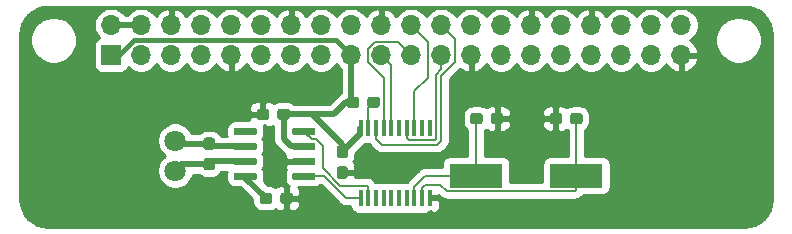
<source format=gtl>
G04 #@! TF.GenerationSoftware,KiCad,Pcbnew,(5.1.5)-3*
G04 #@! TF.CreationDate,2020-10-26T09:13:26-05:00*
G04 #@! TF.ProjectId,ravencanboard,72617665-6e63-4616-9e62-6f6172642e6b,rev?*
G04 #@! TF.SameCoordinates,Original*
G04 #@! TF.FileFunction,Copper,L1,Top*
G04 #@! TF.FilePolarity,Positive*
%FSLAX46Y46*%
G04 Gerber Fmt 4.6, Leading zero omitted, Abs format (unit mm)*
G04 Created by KiCad (PCBNEW (5.1.5)-3) date 2020-10-26 09:13:26*
%MOMM*%
%LPD*%
G04 APERTURE LIST*
%ADD10R,4.500000X2.000000*%
%ADD11C,1.800000*%
%ADD12R,0.450000X1.450000*%
%ADD13C,0.150000*%
%ADD14R,1.700000X1.700000*%
%ADD15O,1.700000X1.700000*%
%ADD16C,0.200000*%
%ADD17C,0.500000*%
%ADD18C,0.400000*%
%ADD19C,0.254000*%
G04 APERTURE END LIST*
D10*
X247768000Y-108966000D03*
X239268000Y-108966000D03*
D11*
X213788000Y-106007200D03*
X213788000Y-108547200D03*
D12*
X229485400Y-104936800D03*
X230135400Y-104936800D03*
X230785400Y-104936800D03*
X231435400Y-104936800D03*
X232085400Y-104936800D03*
X232735400Y-104936800D03*
X233385400Y-104936800D03*
X234035400Y-104936800D03*
X234685400Y-104936800D03*
X235335400Y-104936800D03*
X235335400Y-110836800D03*
X234685400Y-110836800D03*
X234035400Y-110836800D03*
X233385400Y-110836800D03*
X232735400Y-110836800D03*
X232085400Y-110836800D03*
X231435400Y-110836800D03*
X230785400Y-110836800D03*
X230135400Y-110836800D03*
X229485400Y-110836800D03*
G04 #@! TA.AperFunction,SMDPad,CuDef*
D13*
G36*
X216923179Y-107487344D02*
G01*
X216946234Y-107490763D01*
X216968843Y-107496427D01*
X216990787Y-107504279D01*
X217011857Y-107514244D01*
X217031848Y-107526226D01*
X217050568Y-107540110D01*
X217067838Y-107555762D01*
X217083490Y-107573032D01*
X217097374Y-107591752D01*
X217109356Y-107611743D01*
X217119321Y-107632813D01*
X217127173Y-107654757D01*
X217132837Y-107677366D01*
X217136256Y-107700421D01*
X217137400Y-107723700D01*
X217137400Y-108298700D01*
X217136256Y-108321979D01*
X217132837Y-108345034D01*
X217127173Y-108367643D01*
X217119321Y-108389587D01*
X217109356Y-108410657D01*
X217097374Y-108430648D01*
X217083490Y-108449368D01*
X217067838Y-108466638D01*
X217050568Y-108482290D01*
X217031848Y-108496174D01*
X217011857Y-108508156D01*
X216990787Y-108518121D01*
X216968843Y-108525973D01*
X216946234Y-108531637D01*
X216923179Y-108535056D01*
X216899900Y-108536200D01*
X216424900Y-108536200D01*
X216401621Y-108535056D01*
X216378566Y-108531637D01*
X216355957Y-108525973D01*
X216334013Y-108518121D01*
X216312943Y-108508156D01*
X216292952Y-108496174D01*
X216274232Y-108482290D01*
X216256962Y-108466638D01*
X216241310Y-108449368D01*
X216227426Y-108430648D01*
X216215444Y-108410657D01*
X216205479Y-108389587D01*
X216197627Y-108367643D01*
X216191963Y-108345034D01*
X216188544Y-108321979D01*
X216187400Y-108298700D01*
X216187400Y-107723700D01*
X216188544Y-107700421D01*
X216191963Y-107677366D01*
X216197627Y-107654757D01*
X216205479Y-107632813D01*
X216215444Y-107611743D01*
X216227426Y-107591752D01*
X216241310Y-107573032D01*
X216256962Y-107555762D01*
X216274232Y-107540110D01*
X216292952Y-107526226D01*
X216312943Y-107514244D01*
X216334013Y-107504279D01*
X216355957Y-107496427D01*
X216378566Y-107490763D01*
X216401621Y-107487344D01*
X216424900Y-107486200D01*
X216899900Y-107486200D01*
X216923179Y-107487344D01*
G37*
G04 #@! TD.AperFunction*
G04 #@! TA.AperFunction,SMDPad,CuDef*
G36*
X216923179Y-105737344D02*
G01*
X216946234Y-105740763D01*
X216968843Y-105746427D01*
X216990787Y-105754279D01*
X217011857Y-105764244D01*
X217031848Y-105776226D01*
X217050568Y-105790110D01*
X217067838Y-105805762D01*
X217083490Y-105823032D01*
X217097374Y-105841752D01*
X217109356Y-105861743D01*
X217119321Y-105882813D01*
X217127173Y-105904757D01*
X217132837Y-105927366D01*
X217136256Y-105950421D01*
X217137400Y-105973700D01*
X217137400Y-106548700D01*
X217136256Y-106571979D01*
X217132837Y-106595034D01*
X217127173Y-106617643D01*
X217119321Y-106639587D01*
X217109356Y-106660657D01*
X217097374Y-106680648D01*
X217083490Y-106699368D01*
X217067838Y-106716638D01*
X217050568Y-106732290D01*
X217031848Y-106746174D01*
X217011857Y-106758156D01*
X216990787Y-106768121D01*
X216968843Y-106775973D01*
X216946234Y-106781637D01*
X216923179Y-106785056D01*
X216899900Y-106786200D01*
X216424900Y-106786200D01*
X216401621Y-106785056D01*
X216378566Y-106781637D01*
X216355957Y-106775973D01*
X216334013Y-106768121D01*
X216312943Y-106758156D01*
X216292952Y-106746174D01*
X216274232Y-106732290D01*
X216256962Y-106716638D01*
X216241310Y-106699368D01*
X216227426Y-106680648D01*
X216215444Y-106660657D01*
X216205479Y-106639587D01*
X216197627Y-106617643D01*
X216191963Y-106595034D01*
X216188544Y-106571979D01*
X216187400Y-106548700D01*
X216187400Y-105973700D01*
X216188544Y-105950421D01*
X216191963Y-105927366D01*
X216197627Y-105904757D01*
X216205479Y-105882813D01*
X216215444Y-105861743D01*
X216227426Y-105841752D01*
X216241310Y-105823032D01*
X216256962Y-105805762D01*
X216274232Y-105790110D01*
X216292952Y-105776226D01*
X216312943Y-105764244D01*
X216334013Y-105754279D01*
X216355957Y-105746427D01*
X216378566Y-105740763D01*
X216401621Y-105737344D01*
X216424900Y-105736200D01*
X216899900Y-105736200D01*
X216923179Y-105737344D01*
G37*
G04 #@! TD.AperFunction*
G04 #@! TA.AperFunction,SMDPad,CuDef*
G36*
X223283779Y-103298144D02*
G01*
X223306834Y-103301563D01*
X223329443Y-103307227D01*
X223351387Y-103315079D01*
X223372457Y-103325044D01*
X223392448Y-103337026D01*
X223411168Y-103350910D01*
X223428438Y-103366562D01*
X223444090Y-103383832D01*
X223457974Y-103402552D01*
X223469956Y-103422543D01*
X223479921Y-103443613D01*
X223487773Y-103465557D01*
X223493437Y-103488166D01*
X223496856Y-103511221D01*
X223498000Y-103534500D01*
X223498000Y-104009500D01*
X223496856Y-104032779D01*
X223493437Y-104055834D01*
X223487773Y-104078443D01*
X223479921Y-104100387D01*
X223469956Y-104121457D01*
X223457974Y-104141448D01*
X223444090Y-104160168D01*
X223428438Y-104177438D01*
X223411168Y-104193090D01*
X223392448Y-104206974D01*
X223372457Y-104218956D01*
X223351387Y-104228921D01*
X223329443Y-104236773D01*
X223306834Y-104242437D01*
X223283779Y-104245856D01*
X223260500Y-104247000D01*
X222685500Y-104247000D01*
X222662221Y-104245856D01*
X222639166Y-104242437D01*
X222616557Y-104236773D01*
X222594613Y-104228921D01*
X222573543Y-104218956D01*
X222553552Y-104206974D01*
X222534832Y-104193090D01*
X222517562Y-104177438D01*
X222501910Y-104160168D01*
X222488026Y-104141448D01*
X222476044Y-104121457D01*
X222466079Y-104100387D01*
X222458227Y-104078443D01*
X222452563Y-104055834D01*
X222449144Y-104032779D01*
X222448000Y-104009500D01*
X222448000Y-103534500D01*
X222449144Y-103511221D01*
X222452563Y-103488166D01*
X222458227Y-103465557D01*
X222466079Y-103443613D01*
X222476044Y-103422543D01*
X222488026Y-103402552D01*
X222501910Y-103383832D01*
X222517562Y-103366562D01*
X222534832Y-103350910D01*
X222553552Y-103337026D01*
X222573543Y-103325044D01*
X222594613Y-103315079D01*
X222616557Y-103307227D01*
X222639166Y-103301563D01*
X222662221Y-103298144D01*
X222685500Y-103297000D01*
X223260500Y-103297000D01*
X223283779Y-103298144D01*
G37*
G04 #@! TD.AperFunction*
G04 #@! TA.AperFunction,SMDPad,CuDef*
G36*
X221533779Y-103298144D02*
G01*
X221556834Y-103301563D01*
X221579443Y-103307227D01*
X221601387Y-103315079D01*
X221622457Y-103325044D01*
X221642448Y-103337026D01*
X221661168Y-103350910D01*
X221678438Y-103366562D01*
X221694090Y-103383832D01*
X221707974Y-103402552D01*
X221719956Y-103422543D01*
X221729921Y-103443613D01*
X221737773Y-103465557D01*
X221743437Y-103488166D01*
X221746856Y-103511221D01*
X221748000Y-103534500D01*
X221748000Y-104009500D01*
X221746856Y-104032779D01*
X221743437Y-104055834D01*
X221737773Y-104078443D01*
X221729921Y-104100387D01*
X221719956Y-104121457D01*
X221707974Y-104141448D01*
X221694090Y-104160168D01*
X221678438Y-104177438D01*
X221661168Y-104193090D01*
X221642448Y-104206974D01*
X221622457Y-104218956D01*
X221601387Y-104228921D01*
X221579443Y-104236773D01*
X221556834Y-104242437D01*
X221533779Y-104245856D01*
X221510500Y-104247000D01*
X220935500Y-104247000D01*
X220912221Y-104245856D01*
X220889166Y-104242437D01*
X220866557Y-104236773D01*
X220844613Y-104228921D01*
X220823543Y-104218956D01*
X220803552Y-104206974D01*
X220784832Y-104193090D01*
X220767562Y-104177438D01*
X220751910Y-104160168D01*
X220738026Y-104141448D01*
X220726044Y-104121457D01*
X220716079Y-104100387D01*
X220708227Y-104078443D01*
X220702563Y-104055834D01*
X220699144Y-104032779D01*
X220698000Y-104009500D01*
X220698000Y-103534500D01*
X220699144Y-103511221D01*
X220702563Y-103488166D01*
X220708227Y-103465557D01*
X220716079Y-103443613D01*
X220726044Y-103422543D01*
X220738026Y-103402552D01*
X220751910Y-103383832D01*
X220767562Y-103366562D01*
X220784832Y-103350910D01*
X220803552Y-103337026D01*
X220823543Y-103325044D01*
X220844613Y-103315079D01*
X220866557Y-103307227D01*
X220889166Y-103301563D01*
X220912221Y-103298144D01*
X220935500Y-103297000D01*
X221510500Y-103297000D01*
X221533779Y-103298144D01*
G37*
G04 #@! TD.AperFunction*
G04 #@! TA.AperFunction,SMDPad,CuDef*
G36*
X228200779Y-106437144D02*
G01*
X228223834Y-106440563D01*
X228246443Y-106446227D01*
X228268387Y-106454079D01*
X228289457Y-106464044D01*
X228309448Y-106476026D01*
X228328168Y-106489910D01*
X228345438Y-106505562D01*
X228361090Y-106522832D01*
X228374974Y-106541552D01*
X228386956Y-106561543D01*
X228396921Y-106582613D01*
X228404773Y-106604557D01*
X228410437Y-106627166D01*
X228413856Y-106650221D01*
X228415000Y-106673500D01*
X228415000Y-107248500D01*
X228413856Y-107271779D01*
X228410437Y-107294834D01*
X228404773Y-107317443D01*
X228396921Y-107339387D01*
X228386956Y-107360457D01*
X228374974Y-107380448D01*
X228361090Y-107399168D01*
X228345438Y-107416438D01*
X228328168Y-107432090D01*
X228309448Y-107445974D01*
X228289457Y-107457956D01*
X228268387Y-107467921D01*
X228246443Y-107475773D01*
X228223834Y-107481437D01*
X228200779Y-107484856D01*
X228177500Y-107486000D01*
X227702500Y-107486000D01*
X227679221Y-107484856D01*
X227656166Y-107481437D01*
X227633557Y-107475773D01*
X227611613Y-107467921D01*
X227590543Y-107457956D01*
X227570552Y-107445974D01*
X227551832Y-107432090D01*
X227534562Y-107416438D01*
X227518910Y-107399168D01*
X227505026Y-107380448D01*
X227493044Y-107360457D01*
X227483079Y-107339387D01*
X227475227Y-107317443D01*
X227469563Y-107294834D01*
X227466144Y-107271779D01*
X227465000Y-107248500D01*
X227465000Y-106673500D01*
X227466144Y-106650221D01*
X227469563Y-106627166D01*
X227475227Y-106604557D01*
X227483079Y-106582613D01*
X227493044Y-106561543D01*
X227505026Y-106541552D01*
X227518910Y-106522832D01*
X227534562Y-106505562D01*
X227551832Y-106489910D01*
X227570552Y-106476026D01*
X227590543Y-106464044D01*
X227611613Y-106454079D01*
X227633557Y-106446227D01*
X227656166Y-106440563D01*
X227679221Y-106437144D01*
X227702500Y-106436000D01*
X228177500Y-106436000D01*
X228200779Y-106437144D01*
G37*
G04 #@! TD.AperFunction*
G04 #@! TA.AperFunction,SMDPad,CuDef*
G36*
X228200779Y-108187144D02*
G01*
X228223834Y-108190563D01*
X228246443Y-108196227D01*
X228268387Y-108204079D01*
X228289457Y-108214044D01*
X228309448Y-108226026D01*
X228328168Y-108239910D01*
X228345438Y-108255562D01*
X228361090Y-108272832D01*
X228374974Y-108291552D01*
X228386956Y-108311543D01*
X228396921Y-108332613D01*
X228404773Y-108354557D01*
X228410437Y-108377166D01*
X228413856Y-108400221D01*
X228415000Y-108423500D01*
X228415000Y-108998500D01*
X228413856Y-109021779D01*
X228410437Y-109044834D01*
X228404773Y-109067443D01*
X228396921Y-109089387D01*
X228386956Y-109110457D01*
X228374974Y-109130448D01*
X228361090Y-109149168D01*
X228345438Y-109166438D01*
X228328168Y-109182090D01*
X228309448Y-109195974D01*
X228289457Y-109207956D01*
X228268387Y-109217921D01*
X228246443Y-109225773D01*
X228223834Y-109231437D01*
X228200779Y-109234856D01*
X228177500Y-109236000D01*
X227702500Y-109236000D01*
X227679221Y-109234856D01*
X227656166Y-109231437D01*
X227633557Y-109225773D01*
X227611613Y-109217921D01*
X227590543Y-109207956D01*
X227570552Y-109195974D01*
X227551832Y-109182090D01*
X227534562Y-109166438D01*
X227518910Y-109149168D01*
X227505026Y-109130448D01*
X227493044Y-109110457D01*
X227483079Y-109089387D01*
X227475227Y-109067443D01*
X227469563Y-109044834D01*
X227466144Y-109021779D01*
X227465000Y-108998500D01*
X227465000Y-108423500D01*
X227466144Y-108400221D01*
X227469563Y-108377166D01*
X227475227Y-108354557D01*
X227483079Y-108332613D01*
X227493044Y-108311543D01*
X227505026Y-108291552D01*
X227518910Y-108272832D01*
X227534562Y-108255562D01*
X227551832Y-108239910D01*
X227570552Y-108226026D01*
X227590543Y-108214044D01*
X227611613Y-108204079D01*
X227633557Y-108196227D01*
X227656166Y-108190563D01*
X227679221Y-108187144D01*
X227702500Y-108186000D01*
X228177500Y-108186000D01*
X228200779Y-108187144D01*
G37*
G04 #@! TD.AperFunction*
D14*
X208370000Y-98770000D03*
D15*
X208370000Y-96230000D03*
X210910000Y-98770000D03*
X210910000Y-96230000D03*
X213450000Y-98770000D03*
X213450000Y-96230000D03*
X215990000Y-98770000D03*
X215990000Y-96230000D03*
X218530000Y-98770000D03*
X218530000Y-96230000D03*
X221070000Y-98770000D03*
X221070000Y-96230000D03*
X223610000Y-98770000D03*
X223610000Y-96230000D03*
X226150000Y-98770000D03*
X226150000Y-96230000D03*
X228690000Y-98770000D03*
X228690000Y-96230000D03*
X231230000Y-98770000D03*
X231230000Y-96230000D03*
X233770000Y-98770000D03*
X233770000Y-96230000D03*
X236310000Y-98770000D03*
X236310000Y-96230000D03*
X238850000Y-98770000D03*
X238850000Y-96230000D03*
X241390000Y-98770000D03*
X241390000Y-96230000D03*
X243930000Y-98770000D03*
X243930000Y-96230000D03*
X246470000Y-98770000D03*
X246470000Y-96230000D03*
X249010000Y-98770000D03*
X249010000Y-96230000D03*
X251550000Y-98770000D03*
X251550000Y-96230000D03*
X254090000Y-98770000D03*
X254090000Y-96230000D03*
X256630000Y-98770000D03*
X256630000Y-96230000D03*
G04 #@! TA.AperFunction,SMDPad,CuDef*
D13*
G36*
X221787779Y-110410144D02*
G01*
X221810834Y-110413563D01*
X221833443Y-110419227D01*
X221855387Y-110427079D01*
X221876457Y-110437044D01*
X221896448Y-110449026D01*
X221915168Y-110462910D01*
X221932438Y-110478562D01*
X221948090Y-110495832D01*
X221961974Y-110514552D01*
X221973956Y-110534543D01*
X221983921Y-110555613D01*
X221991773Y-110577557D01*
X221997437Y-110600166D01*
X222000856Y-110623221D01*
X222002000Y-110646500D01*
X222002000Y-111121500D01*
X222000856Y-111144779D01*
X221997437Y-111167834D01*
X221991773Y-111190443D01*
X221983921Y-111212387D01*
X221973956Y-111233457D01*
X221961974Y-111253448D01*
X221948090Y-111272168D01*
X221932438Y-111289438D01*
X221915168Y-111305090D01*
X221896448Y-111318974D01*
X221876457Y-111330956D01*
X221855387Y-111340921D01*
X221833443Y-111348773D01*
X221810834Y-111354437D01*
X221787779Y-111357856D01*
X221764500Y-111359000D01*
X221189500Y-111359000D01*
X221166221Y-111357856D01*
X221143166Y-111354437D01*
X221120557Y-111348773D01*
X221098613Y-111340921D01*
X221077543Y-111330956D01*
X221057552Y-111318974D01*
X221038832Y-111305090D01*
X221021562Y-111289438D01*
X221005910Y-111272168D01*
X220992026Y-111253448D01*
X220980044Y-111233457D01*
X220970079Y-111212387D01*
X220962227Y-111190443D01*
X220956563Y-111167834D01*
X220953144Y-111144779D01*
X220952000Y-111121500D01*
X220952000Y-110646500D01*
X220953144Y-110623221D01*
X220956563Y-110600166D01*
X220962227Y-110577557D01*
X220970079Y-110555613D01*
X220980044Y-110534543D01*
X220992026Y-110514552D01*
X221005910Y-110495832D01*
X221021562Y-110478562D01*
X221038832Y-110462910D01*
X221057552Y-110449026D01*
X221077543Y-110437044D01*
X221098613Y-110427079D01*
X221120557Y-110419227D01*
X221143166Y-110413563D01*
X221166221Y-110410144D01*
X221189500Y-110409000D01*
X221764500Y-110409000D01*
X221787779Y-110410144D01*
G37*
G04 #@! TD.AperFunction*
G04 #@! TA.AperFunction,SMDPad,CuDef*
G36*
X223537779Y-110410144D02*
G01*
X223560834Y-110413563D01*
X223583443Y-110419227D01*
X223605387Y-110427079D01*
X223626457Y-110437044D01*
X223646448Y-110449026D01*
X223665168Y-110462910D01*
X223682438Y-110478562D01*
X223698090Y-110495832D01*
X223711974Y-110514552D01*
X223723956Y-110534543D01*
X223733921Y-110555613D01*
X223741773Y-110577557D01*
X223747437Y-110600166D01*
X223750856Y-110623221D01*
X223752000Y-110646500D01*
X223752000Y-111121500D01*
X223750856Y-111144779D01*
X223747437Y-111167834D01*
X223741773Y-111190443D01*
X223733921Y-111212387D01*
X223723956Y-111233457D01*
X223711974Y-111253448D01*
X223698090Y-111272168D01*
X223682438Y-111289438D01*
X223665168Y-111305090D01*
X223646448Y-111318974D01*
X223626457Y-111330956D01*
X223605387Y-111340921D01*
X223583443Y-111348773D01*
X223560834Y-111354437D01*
X223537779Y-111357856D01*
X223514500Y-111359000D01*
X222939500Y-111359000D01*
X222916221Y-111357856D01*
X222893166Y-111354437D01*
X222870557Y-111348773D01*
X222848613Y-111340921D01*
X222827543Y-111330956D01*
X222807552Y-111318974D01*
X222788832Y-111305090D01*
X222771562Y-111289438D01*
X222755910Y-111272168D01*
X222742026Y-111253448D01*
X222730044Y-111233457D01*
X222720079Y-111212387D01*
X222712227Y-111190443D01*
X222706563Y-111167834D01*
X222703144Y-111144779D01*
X222702000Y-111121500D01*
X222702000Y-110646500D01*
X222703144Y-110623221D01*
X222706563Y-110600166D01*
X222712227Y-110577557D01*
X222720079Y-110555613D01*
X222730044Y-110534543D01*
X222742026Y-110514552D01*
X222755910Y-110495832D01*
X222771562Y-110478562D01*
X222788832Y-110462910D01*
X222807552Y-110449026D01*
X222827543Y-110437044D01*
X222848613Y-110427079D01*
X222870557Y-110419227D01*
X222893166Y-110413563D01*
X222916221Y-110410144D01*
X222939500Y-110409000D01*
X223514500Y-110409000D01*
X223537779Y-110410144D01*
G37*
G04 #@! TD.AperFunction*
G04 #@! TA.AperFunction,SMDPad,CuDef*
G36*
X229153779Y-102282144D02*
G01*
X229176834Y-102285563D01*
X229199443Y-102291227D01*
X229221387Y-102299079D01*
X229242457Y-102309044D01*
X229262448Y-102321026D01*
X229281168Y-102334910D01*
X229298438Y-102350562D01*
X229314090Y-102367832D01*
X229327974Y-102386552D01*
X229339956Y-102406543D01*
X229349921Y-102427613D01*
X229357773Y-102449557D01*
X229363437Y-102472166D01*
X229366856Y-102495221D01*
X229368000Y-102518500D01*
X229368000Y-102993500D01*
X229366856Y-103016779D01*
X229363437Y-103039834D01*
X229357773Y-103062443D01*
X229349921Y-103084387D01*
X229339956Y-103105457D01*
X229327974Y-103125448D01*
X229314090Y-103144168D01*
X229298438Y-103161438D01*
X229281168Y-103177090D01*
X229262448Y-103190974D01*
X229242457Y-103202956D01*
X229221387Y-103212921D01*
X229199443Y-103220773D01*
X229176834Y-103226437D01*
X229153779Y-103229856D01*
X229130500Y-103231000D01*
X228555500Y-103231000D01*
X228532221Y-103229856D01*
X228509166Y-103226437D01*
X228486557Y-103220773D01*
X228464613Y-103212921D01*
X228443543Y-103202956D01*
X228423552Y-103190974D01*
X228404832Y-103177090D01*
X228387562Y-103161438D01*
X228371910Y-103144168D01*
X228358026Y-103125448D01*
X228346044Y-103105457D01*
X228336079Y-103084387D01*
X228328227Y-103062443D01*
X228322563Y-103039834D01*
X228319144Y-103016779D01*
X228318000Y-102993500D01*
X228318000Y-102518500D01*
X228319144Y-102495221D01*
X228322563Y-102472166D01*
X228328227Y-102449557D01*
X228336079Y-102427613D01*
X228346044Y-102406543D01*
X228358026Y-102386552D01*
X228371910Y-102367832D01*
X228387562Y-102350562D01*
X228404832Y-102334910D01*
X228423552Y-102321026D01*
X228443543Y-102309044D01*
X228464613Y-102299079D01*
X228486557Y-102291227D01*
X228509166Y-102285563D01*
X228532221Y-102282144D01*
X228555500Y-102281000D01*
X229130500Y-102281000D01*
X229153779Y-102282144D01*
G37*
G04 #@! TD.AperFunction*
G04 #@! TA.AperFunction,SMDPad,CuDef*
G36*
X230903779Y-102282144D02*
G01*
X230926834Y-102285563D01*
X230949443Y-102291227D01*
X230971387Y-102299079D01*
X230992457Y-102309044D01*
X231012448Y-102321026D01*
X231031168Y-102334910D01*
X231048438Y-102350562D01*
X231064090Y-102367832D01*
X231077974Y-102386552D01*
X231089956Y-102406543D01*
X231099921Y-102427613D01*
X231107773Y-102449557D01*
X231113437Y-102472166D01*
X231116856Y-102495221D01*
X231118000Y-102518500D01*
X231118000Y-102993500D01*
X231116856Y-103016779D01*
X231113437Y-103039834D01*
X231107773Y-103062443D01*
X231099921Y-103084387D01*
X231089956Y-103105457D01*
X231077974Y-103125448D01*
X231064090Y-103144168D01*
X231048438Y-103161438D01*
X231031168Y-103177090D01*
X231012448Y-103190974D01*
X230992457Y-103202956D01*
X230971387Y-103212921D01*
X230949443Y-103220773D01*
X230926834Y-103226437D01*
X230903779Y-103229856D01*
X230880500Y-103231000D01*
X230305500Y-103231000D01*
X230282221Y-103229856D01*
X230259166Y-103226437D01*
X230236557Y-103220773D01*
X230214613Y-103212921D01*
X230193543Y-103202956D01*
X230173552Y-103190974D01*
X230154832Y-103177090D01*
X230137562Y-103161438D01*
X230121910Y-103144168D01*
X230108026Y-103125448D01*
X230096044Y-103105457D01*
X230086079Y-103084387D01*
X230078227Y-103062443D01*
X230072563Y-103039834D01*
X230069144Y-103016779D01*
X230068000Y-102993500D01*
X230068000Y-102518500D01*
X230069144Y-102495221D01*
X230072563Y-102472166D01*
X230078227Y-102449557D01*
X230086079Y-102427613D01*
X230096044Y-102406543D01*
X230108026Y-102386552D01*
X230121910Y-102367832D01*
X230137562Y-102350562D01*
X230154832Y-102334910D01*
X230173552Y-102321026D01*
X230193543Y-102309044D01*
X230214613Y-102299079D01*
X230236557Y-102291227D01*
X230259166Y-102285563D01*
X230282221Y-102282144D01*
X230305500Y-102281000D01*
X230880500Y-102281000D01*
X230903779Y-102282144D01*
G37*
G04 #@! TD.AperFunction*
G04 #@! TA.AperFunction,SMDPad,CuDef*
G36*
X220564303Y-108730522D02*
G01*
X220578864Y-108732682D01*
X220593143Y-108736259D01*
X220607003Y-108741218D01*
X220620310Y-108747512D01*
X220632936Y-108755080D01*
X220644759Y-108763848D01*
X220655666Y-108773734D01*
X220665552Y-108784641D01*
X220674320Y-108796464D01*
X220681888Y-108809090D01*
X220688182Y-108822397D01*
X220693141Y-108836257D01*
X220696718Y-108850536D01*
X220698878Y-108865097D01*
X220699600Y-108879800D01*
X220699600Y-109179800D01*
X220698878Y-109194503D01*
X220696718Y-109209064D01*
X220693141Y-109223343D01*
X220688182Y-109237203D01*
X220681888Y-109250510D01*
X220674320Y-109263136D01*
X220665552Y-109274959D01*
X220655666Y-109285866D01*
X220644759Y-109295752D01*
X220632936Y-109304520D01*
X220620310Y-109312088D01*
X220607003Y-109318382D01*
X220593143Y-109323341D01*
X220578864Y-109326918D01*
X220564303Y-109329078D01*
X220549600Y-109329800D01*
X218899600Y-109329800D01*
X218884897Y-109329078D01*
X218870336Y-109326918D01*
X218856057Y-109323341D01*
X218842197Y-109318382D01*
X218828890Y-109312088D01*
X218816264Y-109304520D01*
X218804441Y-109295752D01*
X218793534Y-109285866D01*
X218783648Y-109274959D01*
X218774880Y-109263136D01*
X218767312Y-109250510D01*
X218761018Y-109237203D01*
X218756059Y-109223343D01*
X218752482Y-109209064D01*
X218750322Y-109194503D01*
X218749600Y-109179800D01*
X218749600Y-108879800D01*
X218750322Y-108865097D01*
X218752482Y-108850536D01*
X218756059Y-108836257D01*
X218761018Y-108822397D01*
X218767312Y-108809090D01*
X218774880Y-108796464D01*
X218783648Y-108784641D01*
X218793534Y-108773734D01*
X218804441Y-108763848D01*
X218816264Y-108755080D01*
X218828890Y-108747512D01*
X218842197Y-108741218D01*
X218856057Y-108736259D01*
X218870336Y-108732682D01*
X218884897Y-108730522D01*
X218899600Y-108729800D01*
X220549600Y-108729800D01*
X220564303Y-108730522D01*
G37*
G04 #@! TD.AperFunction*
G04 #@! TA.AperFunction,SMDPad,CuDef*
G36*
X220564303Y-107460522D02*
G01*
X220578864Y-107462682D01*
X220593143Y-107466259D01*
X220607003Y-107471218D01*
X220620310Y-107477512D01*
X220632936Y-107485080D01*
X220644759Y-107493848D01*
X220655666Y-107503734D01*
X220665552Y-107514641D01*
X220674320Y-107526464D01*
X220681888Y-107539090D01*
X220688182Y-107552397D01*
X220693141Y-107566257D01*
X220696718Y-107580536D01*
X220698878Y-107595097D01*
X220699600Y-107609800D01*
X220699600Y-107909800D01*
X220698878Y-107924503D01*
X220696718Y-107939064D01*
X220693141Y-107953343D01*
X220688182Y-107967203D01*
X220681888Y-107980510D01*
X220674320Y-107993136D01*
X220665552Y-108004959D01*
X220655666Y-108015866D01*
X220644759Y-108025752D01*
X220632936Y-108034520D01*
X220620310Y-108042088D01*
X220607003Y-108048382D01*
X220593143Y-108053341D01*
X220578864Y-108056918D01*
X220564303Y-108059078D01*
X220549600Y-108059800D01*
X218899600Y-108059800D01*
X218884897Y-108059078D01*
X218870336Y-108056918D01*
X218856057Y-108053341D01*
X218842197Y-108048382D01*
X218828890Y-108042088D01*
X218816264Y-108034520D01*
X218804441Y-108025752D01*
X218793534Y-108015866D01*
X218783648Y-108004959D01*
X218774880Y-107993136D01*
X218767312Y-107980510D01*
X218761018Y-107967203D01*
X218756059Y-107953343D01*
X218752482Y-107939064D01*
X218750322Y-107924503D01*
X218749600Y-107909800D01*
X218749600Y-107609800D01*
X218750322Y-107595097D01*
X218752482Y-107580536D01*
X218756059Y-107566257D01*
X218761018Y-107552397D01*
X218767312Y-107539090D01*
X218774880Y-107526464D01*
X218783648Y-107514641D01*
X218793534Y-107503734D01*
X218804441Y-107493848D01*
X218816264Y-107485080D01*
X218828890Y-107477512D01*
X218842197Y-107471218D01*
X218856057Y-107466259D01*
X218870336Y-107462682D01*
X218884897Y-107460522D01*
X218899600Y-107459800D01*
X220549600Y-107459800D01*
X220564303Y-107460522D01*
G37*
G04 #@! TD.AperFunction*
G04 #@! TA.AperFunction,SMDPad,CuDef*
G36*
X220564303Y-106190522D02*
G01*
X220578864Y-106192682D01*
X220593143Y-106196259D01*
X220607003Y-106201218D01*
X220620310Y-106207512D01*
X220632936Y-106215080D01*
X220644759Y-106223848D01*
X220655666Y-106233734D01*
X220665552Y-106244641D01*
X220674320Y-106256464D01*
X220681888Y-106269090D01*
X220688182Y-106282397D01*
X220693141Y-106296257D01*
X220696718Y-106310536D01*
X220698878Y-106325097D01*
X220699600Y-106339800D01*
X220699600Y-106639800D01*
X220698878Y-106654503D01*
X220696718Y-106669064D01*
X220693141Y-106683343D01*
X220688182Y-106697203D01*
X220681888Y-106710510D01*
X220674320Y-106723136D01*
X220665552Y-106734959D01*
X220655666Y-106745866D01*
X220644759Y-106755752D01*
X220632936Y-106764520D01*
X220620310Y-106772088D01*
X220607003Y-106778382D01*
X220593143Y-106783341D01*
X220578864Y-106786918D01*
X220564303Y-106789078D01*
X220549600Y-106789800D01*
X218899600Y-106789800D01*
X218884897Y-106789078D01*
X218870336Y-106786918D01*
X218856057Y-106783341D01*
X218842197Y-106778382D01*
X218828890Y-106772088D01*
X218816264Y-106764520D01*
X218804441Y-106755752D01*
X218793534Y-106745866D01*
X218783648Y-106734959D01*
X218774880Y-106723136D01*
X218767312Y-106710510D01*
X218761018Y-106697203D01*
X218756059Y-106683343D01*
X218752482Y-106669064D01*
X218750322Y-106654503D01*
X218749600Y-106639800D01*
X218749600Y-106339800D01*
X218750322Y-106325097D01*
X218752482Y-106310536D01*
X218756059Y-106296257D01*
X218761018Y-106282397D01*
X218767312Y-106269090D01*
X218774880Y-106256464D01*
X218783648Y-106244641D01*
X218793534Y-106233734D01*
X218804441Y-106223848D01*
X218816264Y-106215080D01*
X218828890Y-106207512D01*
X218842197Y-106201218D01*
X218856057Y-106196259D01*
X218870336Y-106192682D01*
X218884897Y-106190522D01*
X218899600Y-106189800D01*
X220549600Y-106189800D01*
X220564303Y-106190522D01*
G37*
G04 #@! TD.AperFunction*
G04 #@! TA.AperFunction,SMDPad,CuDef*
G36*
X220564303Y-104920522D02*
G01*
X220578864Y-104922682D01*
X220593143Y-104926259D01*
X220607003Y-104931218D01*
X220620310Y-104937512D01*
X220632936Y-104945080D01*
X220644759Y-104953848D01*
X220655666Y-104963734D01*
X220665552Y-104974641D01*
X220674320Y-104986464D01*
X220681888Y-104999090D01*
X220688182Y-105012397D01*
X220693141Y-105026257D01*
X220696718Y-105040536D01*
X220698878Y-105055097D01*
X220699600Y-105069800D01*
X220699600Y-105369800D01*
X220698878Y-105384503D01*
X220696718Y-105399064D01*
X220693141Y-105413343D01*
X220688182Y-105427203D01*
X220681888Y-105440510D01*
X220674320Y-105453136D01*
X220665552Y-105464959D01*
X220655666Y-105475866D01*
X220644759Y-105485752D01*
X220632936Y-105494520D01*
X220620310Y-105502088D01*
X220607003Y-105508382D01*
X220593143Y-105513341D01*
X220578864Y-105516918D01*
X220564303Y-105519078D01*
X220549600Y-105519800D01*
X218899600Y-105519800D01*
X218884897Y-105519078D01*
X218870336Y-105516918D01*
X218856057Y-105513341D01*
X218842197Y-105508382D01*
X218828890Y-105502088D01*
X218816264Y-105494520D01*
X218804441Y-105485752D01*
X218793534Y-105475866D01*
X218783648Y-105464959D01*
X218774880Y-105453136D01*
X218767312Y-105440510D01*
X218761018Y-105427203D01*
X218756059Y-105413343D01*
X218752482Y-105399064D01*
X218750322Y-105384503D01*
X218749600Y-105369800D01*
X218749600Y-105069800D01*
X218750322Y-105055097D01*
X218752482Y-105040536D01*
X218756059Y-105026257D01*
X218761018Y-105012397D01*
X218767312Y-104999090D01*
X218774880Y-104986464D01*
X218783648Y-104974641D01*
X218793534Y-104963734D01*
X218804441Y-104953848D01*
X218816264Y-104945080D01*
X218828890Y-104937512D01*
X218842197Y-104931218D01*
X218856057Y-104926259D01*
X218870336Y-104922682D01*
X218884897Y-104920522D01*
X218899600Y-104919800D01*
X220549600Y-104919800D01*
X220564303Y-104920522D01*
G37*
G04 #@! TD.AperFunction*
G04 #@! TA.AperFunction,SMDPad,CuDef*
G36*
X225514303Y-104920522D02*
G01*
X225528864Y-104922682D01*
X225543143Y-104926259D01*
X225557003Y-104931218D01*
X225570310Y-104937512D01*
X225582936Y-104945080D01*
X225594759Y-104953848D01*
X225605666Y-104963734D01*
X225615552Y-104974641D01*
X225624320Y-104986464D01*
X225631888Y-104999090D01*
X225638182Y-105012397D01*
X225643141Y-105026257D01*
X225646718Y-105040536D01*
X225648878Y-105055097D01*
X225649600Y-105069800D01*
X225649600Y-105369800D01*
X225648878Y-105384503D01*
X225646718Y-105399064D01*
X225643141Y-105413343D01*
X225638182Y-105427203D01*
X225631888Y-105440510D01*
X225624320Y-105453136D01*
X225615552Y-105464959D01*
X225605666Y-105475866D01*
X225594759Y-105485752D01*
X225582936Y-105494520D01*
X225570310Y-105502088D01*
X225557003Y-105508382D01*
X225543143Y-105513341D01*
X225528864Y-105516918D01*
X225514303Y-105519078D01*
X225499600Y-105519800D01*
X223849600Y-105519800D01*
X223834897Y-105519078D01*
X223820336Y-105516918D01*
X223806057Y-105513341D01*
X223792197Y-105508382D01*
X223778890Y-105502088D01*
X223766264Y-105494520D01*
X223754441Y-105485752D01*
X223743534Y-105475866D01*
X223733648Y-105464959D01*
X223724880Y-105453136D01*
X223717312Y-105440510D01*
X223711018Y-105427203D01*
X223706059Y-105413343D01*
X223702482Y-105399064D01*
X223700322Y-105384503D01*
X223699600Y-105369800D01*
X223699600Y-105069800D01*
X223700322Y-105055097D01*
X223702482Y-105040536D01*
X223706059Y-105026257D01*
X223711018Y-105012397D01*
X223717312Y-104999090D01*
X223724880Y-104986464D01*
X223733648Y-104974641D01*
X223743534Y-104963734D01*
X223754441Y-104953848D01*
X223766264Y-104945080D01*
X223778890Y-104937512D01*
X223792197Y-104931218D01*
X223806057Y-104926259D01*
X223820336Y-104922682D01*
X223834897Y-104920522D01*
X223849600Y-104919800D01*
X225499600Y-104919800D01*
X225514303Y-104920522D01*
G37*
G04 #@! TD.AperFunction*
G04 #@! TA.AperFunction,SMDPad,CuDef*
G36*
X225514303Y-106190522D02*
G01*
X225528864Y-106192682D01*
X225543143Y-106196259D01*
X225557003Y-106201218D01*
X225570310Y-106207512D01*
X225582936Y-106215080D01*
X225594759Y-106223848D01*
X225605666Y-106233734D01*
X225615552Y-106244641D01*
X225624320Y-106256464D01*
X225631888Y-106269090D01*
X225638182Y-106282397D01*
X225643141Y-106296257D01*
X225646718Y-106310536D01*
X225648878Y-106325097D01*
X225649600Y-106339800D01*
X225649600Y-106639800D01*
X225648878Y-106654503D01*
X225646718Y-106669064D01*
X225643141Y-106683343D01*
X225638182Y-106697203D01*
X225631888Y-106710510D01*
X225624320Y-106723136D01*
X225615552Y-106734959D01*
X225605666Y-106745866D01*
X225594759Y-106755752D01*
X225582936Y-106764520D01*
X225570310Y-106772088D01*
X225557003Y-106778382D01*
X225543143Y-106783341D01*
X225528864Y-106786918D01*
X225514303Y-106789078D01*
X225499600Y-106789800D01*
X223849600Y-106789800D01*
X223834897Y-106789078D01*
X223820336Y-106786918D01*
X223806057Y-106783341D01*
X223792197Y-106778382D01*
X223778890Y-106772088D01*
X223766264Y-106764520D01*
X223754441Y-106755752D01*
X223743534Y-106745866D01*
X223733648Y-106734959D01*
X223724880Y-106723136D01*
X223717312Y-106710510D01*
X223711018Y-106697203D01*
X223706059Y-106683343D01*
X223702482Y-106669064D01*
X223700322Y-106654503D01*
X223699600Y-106639800D01*
X223699600Y-106339800D01*
X223700322Y-106325097D01*
X223702482Y-106310536D01*
X223706059Y-106296257D01*
X223711018Y-106282397D01*
X223717312Y-106269090D01*
X223724880Y-106256464D01*
X223733648Y-106244641D01*
X223743534Y-106233734D01*
X223754441Y-106223848D01*
X223766264Y-106215080D01*
X223778890Y-106207512D01*
X223792197Y-106201218D01*
X223806057Y-106196259D01*
X223820336Y-106192682D01*
X223834897Y-106190522D01*
X223849600Y-106189800D01*
X225499600Y-106189800D01*
X225514303Y-106190522D01*
G37*
G04 #@! TD.AperFunction*
G04 #@! TA.AperFunction,SMDPad,CuDef*
G36*
X225514303Y-107460522D02*
G01*
X225528864Y-107462682D01*
X225543143Y-107466259D01*
X225557003Y-107471218D01*
X225570310Y-107477512D01*
X225582936Y-107485080D01*
X225594759Y-107493848D01*
X225605666Y-107503734D01*
X225615552Y-107514641D01*
X225624320Y-107526464D01*
X225631888Y-107539090D01*
X225638182Y-107552397D01*
X225643141Y-107566257D01*
X225646718Y-107580536D01*
X225648878Y-107595097D01*
X225649600Y-107609800D01*
X225649600Y-107909800D01*
X225648878Y-107924503D01*
X225646718Y-107939064D01*
X225643141Y-107953343D01*
X225638182Y-107967203D01*
X225631888Y-107980510D01*
X225624320Y-107993136D01*
X225615552Y-108004959D01*
X225605666Y-108015866D01*
X225594759Y-108025752D01*
X225582936Y-108034520D01*
X225570310Y-108042088D01*
X225557003Y-108048382D01*
X225543143Y-108053341D01*
X225528864Y-108056918D01*
X225514303Y-108059078D01*
X225499600Y-108059800D01*
X223849600Y-108059800D01*
X223834897Y-108059078D01*
X223820336Y-108056918D01*
X223806057Y-108053341D01*
X223792197Y-108048382D01*
X223778890Y-108042088D01*
X223766264Y-108034520D01*
X223754441Y-108025752D01*
X223743534Y-108015866D01*
X223733648Y-108004959D01*
X223724880Y-107993136D01*
X223717312Y-107980510D01*
X223711018Y-107967203D01*
X223706059Y-107953343D01*
X223702482Y-107939064D01*
X223700322Y-107924503D01*
X223699600Y-107909800D01*
X223699600Y-107609800D01*
X223700322Y-107595097D01*
X223702482Y-107580536D01*
X223706059Y-107566257D01*
X223711018Y-107552397D01*
X223717312Y-107539090D01*
X223724880Y-107526464D01*
X223733648Y-107514641D01*
X223743534Y-107503734D01*
X223754441Y-107493848D01*
X223766264Y-107485080D01*
X223778890Y-107477512D01*
X223792197Y-107471218D01*
X223806057Y-107466259D01*
X223820336Y-107462682D01*
X223834897Y-107460522D01*
X223849600Y-107459800D01*
X225499600Y-107459800D01*
X225514303Y-107460522D01*
G37*
G04 #@! TD.AperFunction*
G04 #@! TA.AperFunction,SMDPad,CuDef*
G36*
X225514303Y-108730522D02*
G01*
X225528864Y-108732682D01*
X225543143Y-108736259D01*
X225557003Y-108741218D01*
X225570310Y-108747512D01*
X225582936Y-108755080D01*
X225594759Y-108763848D01*
X225605666Y-108773734D01*
X225615552Y-108784641D01*
X225624320Y-108796464D01*
X225631888Y-108809090D01*
X225638182Y-108822397D01*
X225643141Y-108836257D01*
X225646718Y-108850536D01*
X225648878Y-108865097D01*
X225649600Y-108879800D01*
X225649600Y-109179800D01*
X225648878Y-109194503D01*
X225646718Y-109209064D01*
X225643141Y-109223343D01*
X225638182Y-109237203D01*
X225631888Y-109250510D01*
X225624320Y-109263136D01*
X225615552Y-109274959D01*
X225605666Y-109285866D01*
X225594759Y-109295752D01*
X225582936Y-109304520D01*
X225570310Y-109312088D01*
X225557003Y-109318382D01*
X225543143Y-109323341D01*
X225528864Y-109326918D01*
X225514303Y-109329078D01*
X225499600Y-109329800D01*
X223849600Y-109329800D01*
X223834897Y-109329078D01*
X223820336Y-109326918D01*
X223806057Y-109323341D01*
X223792197Y-109318382D01*
X223778890Y-109312088D01*
X223766264Y-109304520D01*
X223754441Y-109295752D01*
X223743534Y-109285866D01*
X223733648Y-109274959D01*
X223724880Y-109263136D01*
X223717312Y-109250510D01*
X223711018Y-109237203D01*
X223706059Y-109223343D01*
X223702482Y-109209064D01*
X223700322Y-109194503D01*
X223699600Y-109179800D01*
X223699600Y-108879800D01*
X223700322Y-108865097D01*
X223702482Y-108850536D01*
X223706059Y-108836257D01*
X223711018Y-108822397D01*
X223717312Y-108809090D01*
X223724880Y-108796464D01*
X223733648Y-108784641D01*
X223743534Y-108773734D01*
X223754441Y-108763848D01*
X223766264Y-108755080D01*
X223778890Y-108747512D01*
X223792197Y-108741218D01*
X223806057Y-108736259D01*
X223820336Y-108732682D01*
X223834897Y-108730522D01*
X223849600Y-108729800D01*
X225499600Y-108729800D01*
X225514303Y-108730522D01*
G37*
G04 #@! TD.AperFunction*
G04 #@! TA.AperFunction,SMDPad,CuDef*
G36*
X248073779Y-103666144D02*
G01*
X248096834Y-103669563D01*
X248119443Y-103675227D01*
X248141387Y-103683079D01*
X248162457Y-103693044D01*
X248182448Y-103705026D01*
X248201168Y-103718910D01*
X248218438Y-103734562D01*
X248234090Y-103751832D01*
X248247974Y-103770552D01*
X248259956Y-103790543D01*
X248269921Y-103811613D01*
X248277773Y-103833557D01*
X248283437Y-103856166D01*
X248286856Y-103879221D01*
X248288000Y-103902500D01*
X248288000Y-104377500D01*
X248286856Y-104400779D01*
X248283437Y-104423834D01*
X248277773Y-104446443D01*
X248269921Y-104468387D01*
X248259956Y-104489457D01*
X248247974Y-104509448D01*
X248234090Y-104528168D01*
X248218438Y-104545438D01*
X248201168Y-104561090D01*
X248182448Y-104574974D01*
X248162457Y-104586956D01*
X248141387Y-104596921D01*
X248119443Y-104604773D01*
X248096834Y-104610437D01*
X248073779Y-104613856D01*
X248050500Y-104615000D01*
X247475500Y-104615000D01*
X247452221Y-104613856D01*
X247429166Y-104610437D01*
X247406557Y-104604773D01*
X247384613Y-104596921D01*
X247363543Y-104586956D01*
X247343552Y-104574974D01*
X247324832Y-104561090D01*
X247307562Y-104545438D01*
X247291910Y-104528168D01*
X247278026Y-104509448D01*
X247266044Y-104489457D01*
X247256079Y-104468387D01*
X247248227Y-104446443D01*
X247242563Y-104423834D01*
X247239144Y-104400779D01*
X247238000Y-104377500D01*
X247238000Y-103902500D01*
X247239144Y-103879221D01*
X247242563Y-103856166D01*
X247248227Y-103833557D01*
X247256079Y-103811613D01*
X247266044Y-103790543D01*
X247278026Y-103770552D01*
X247291910Y-103751832D01*
X247307562Y-103734562D01*
X247324832Y-103718910D01*
X247343552Y-103705026D01*
X247363543Y-103693044D01*
X247384613Y-103683079D01*
X247406557Y-103675227D01*
X247429166Y-103669563D01*
X247452221Y-103666144D01*
X247475500Y-103665000D01*
X248050500Y-103665000D01*
X248073779Y-103666144D01*
G37*
G04 #@! TD.AperFunction*
G04 #@! TA.AperFunction,SMDPad,CuDef*
G36*
X246323779Y-103666144D02*
G01*
X246346834Y-103669563D01*
X246369443Y-103675227D01*
X246391387Y-103683079D01*
X246412457Y-103693044D01*
X246432448Y-103705026D01*
X246451168Y-103718910D01*
X246468438Y-103734562D01*
X246484090Y-103751832D01*
X246497974Y-103770552D01*
X246509956Y-103790543D01*
X246519921Y-103811613D01*
X246527773Y-103833557D01*
X246533437Y-103856166D01*
X246536856Y-103879221D01*
X246538000Y-103902500D01*
X246538000Y-104377500D01*
X246536856Y-104400779D01*
X246533437Y-104423834D01*
X246527773Y-104446443D01*
X246519921Y-104468387D01*
X246509956Y-104489457D01*
X246497974Y-104509448D01*
X246484090Y-104528168D01*
X246468438Y-104545438D01*
X246451168Y-104561090D01*
X246432448Y-104574974D01*
X246412457Y-104586956D01*
X246391387Y-104596921D01*
X246369443Y-104604773D01*
X246346834Y-104610437D01*
X246323779Y-104613856D01*
X246300500Y-104615000D01*
X245725500Y-104615000D01*
X245702221Y-104613856D01*
X245679166Y-104610437D01*
X245656557Y-104604773D01*
X245634613Y-104596921D01*
X245613543Y-104586956D01*
X245593552Y-104574974D01*
X245574832Y-104561090D01*
X245557562Y-104545438D01*
X245541910Y-104528168D01*
X245528026Y-104509448D01*
X245516044Y-104489457D01*
X245506079Y-104468387D01*
X245498227Y-104446443D01*
X245492563Y-104423834D01*
X245489144Y-104400779D01*
X245488000Y-104377500D01*
X245488000Y-103902500D01*
X245489144Y-103879221D01*
X245492563Y-103856166D01*
X245498227Y-103833557D01*
X245506079Y-103811613D01*
X245516044Y-103790543D01*
X245528026Y-103770552D01*
X245541910Y-103751832D01*
X245557562Y-103734562D01*
X245574832Y-103718910D01*
X245593552Y-103705026D01*
X245613543Y-103693044D01*
X245634613Y-103683079D01*
X245656557Y-103675227D01*
X245679166Y-103669563D01*
X245702221Y-103666144D01*
X245725500Y-103665000D01*
X246300500Y-103665000D01*
X246323779Y-103666144D01*
G37*
G04 #@! TD.AperFunction*
G04 #@! TA.AperFunction,SMDPad,CuDef*
G36*
X239606779Y-103666144D02*
G01*
X239629834Y-103669563D01*
X239652443Y-103675227D01*
X239674387Y-103683079D01*
X239695457Y-103693044D01*
X239715448Y-103705026D01*
X239734168Y-103718910D01*
X239751438Y-103734562D01*
X239767090Y-103751832D01*
X239780974Y-103770552D01*
X239792956Y-103790543D01*
X239802921Y-103811613D01*
X239810773Y-103833557D01*
X239816437Y-103856166D01*
X239819856Y-103879221D01*
X239821000Y-103902500D01*
X239821000Y-104377500D01*
X239819856Y-104400779D01*
X239816437Y-104423834D01*
X239810773Y-104446443D01*
X239802921Y-104468387D01*
X239792956Y-104489457D01*
X239780974Y-104509448D01*
X239767090Y-104528168D01*
X239751438Y-104545438D01*
X239734168Y-104561090D01*
X239715448Y-104574974D01*
X239695457Y-104586956D01*
X239674387Y-104596921D01*
X239652443Y-104604773D01*
X239629834Y-104610437D01*
X239606779Y-104613856D01*
X239583500Y-104615000D01*
X239008500Y-104615000D01*
X238985221Y-104613856D01*
X238962166Y-104610437D01*
X238939557Y-104604773D01*
X238917613Y-104596921D01*
X238896543Y-104586956D01*
X238876552Y-104574974D01*
X238857832Y-104561090D01*
X238840562Y-104545438D01*
X238824910Y-104528168D01*
X238811026Y-104509448D01*
X238799044Y-104489457D01*
X238789079Y-104468387D01*
X238781227Y-104446443D01*
X238775563Y-104423834D01*
X238772144Y-104400779D01*
X238771000Y-104377500D01*
X238771000Y-103902500D01*
X238772144Y-103879221D01*
X238775563Y-103856166D01*
X238781227Y-103833557D01*
X238789079Y-103811613D01*
X238799044Y-103790543D01*
X238811026Y-103770552D01*
X238824910Y-103751832D01*
X238840562Y-103734562D01*
X238857832Y-103718910D01*
X238876552Y-103705026D01*
X238896543Y-103693044D01*
X238917613Y-103683079D01*
X238939557Y-103675227D01*
X238962166Y-103669563D01*
X238985221Y-103666144D01*
X239008500Y-103665000D01*
X239583500Y-103665000D01*
X239606779Y-103666144D01*
G37*
G04 #@! TD.AperFunction*
G04 #@! TA.AperFunction,SMDPad,CuDef*
G36*
X241356779Y-103666144D02*
G01*
X241379834Y-103669563D01*
X241402443Y-103675227D01*
X241424387Y-103683079D01*
X241445457Y-103693044D01*
X241465448Y-103705026D01*
X241484168Y-103718910D01*
X241501438Y-103734562D01*
X241517090Y-103751832D01*
X241530974Y-103770552D01*
X241542956Y-103790543D01*
X241552921Y-103811613D01*
X241560773Y-103833557D01*
X241566437Y-103856166D01*
X241569856Y-103879221D01*
X241571000Y-103902500D01*
X241571000Y-104377500D01*
X241569856Y-104400779D01*
X241566437Y-104423834D01*
X241560773Y-104446443D01*
X241552921Y-104468387D01*
X241542956Y-104489457D01*
X241530974Y-104509448D01*
X241517090Y-104528168D01*
X241501438Y-104545438D01*
X241484168Y-104561090D01*
X241465448Y-104574974D01*
X241445457Y-104586956D01*
X241424387Y-104596921D01*
X241402443Y-104604773D01*
X241379834Y-104610437D01*
X241356779Y-104613856D01*
X241333500Y-104615000D01*
X240758500Y-104615000D01*
X240735221Y-104613856D01*
X240712166Y-104610437D01*
X240689557Y-104604773D01*
X240667613Y-104596921D01*
X240646543Y-104586956D01*
X240626552Y-104574974D01*
X240607832Y-104561090D01*
X240590562Y-104545438D01*
X240574910Y-104528168D01*
X240561026Y-104509448D01*
X240549044Y-104489457D01*
X240539079Y-104468387D01*
X240531227Y-104446443D01*
X240525563Y-104423834D01*
X240522144Y-104400779D01*
X240521000Y-104377500D01*
X240521000Y-103902500D01*
X240522144Y-103879221D01*
X240525563Y-103856166D01*
X240531227Y-103833557D01*
X240539079Y-103811613D01*
X240549044Y-103790543D01*
X240561026Y-103770552D01*
X240574910Y-103751832D01*
X240590562Y-103734562D01*
X240607832Y-103718910D01*
X240626552Y-103705026D01*
X240646543Y-103693044D01*
X240667613Y-103683079D01*
X240689557Y-103675227D01*
X240712166Y-103669563D01*
X240735221Y-103666144D01*
X240758500Y-103665000D01*
X241333500Y-103665000D01*
X241356779Y-103666144D01*
G37*
G04 #@! TD.AperFunction*
D16*
X229485400Y-105415600D02*
X229485400Y-104936800D01*
D17*
X222987000Y-103758000D02*
X222973000Y-103772000D01*
X223599600Y-106489800D02*
X224674600Y-106489800D01*
X222973000Y-105863200D02*
X223599600Y-106489800D01*
X222973000Y-103772000D02*
X222973000Y-105863200D01*
D18*
X209059998Y-98770000D02*
X210344498Y-97485500D01*
X208370000Y-98770000D02*
X209059998Y-98770000D01*
X227439999Y-97519999D02*
X228690000Y-98770000D01*
X221052999Y-97519999D02*
X227439999Y-97519999D01*
X221018500Y-97485500D02*
X221052999Y-97519999D01*
X210344498Y-97485500D02*
X221018500Y-97485500D01*
D17*
X224612500Y-103772000D02*
X222973000Y-103772000D01*
X227940000Y-106336000D02*
X225376000Y-103772000D01*
X227940000Y-106961000D02*
X227940000Y-106336000D01*
X228690000Y-98770000D02*
X228690000Y-102603000D01*
X228690000Y-102603000D02*
X228843000Y-102756000D01*
X227202000Y-103772000D02*
X224612500Y-103772000D01*
X228218000Y-102756000D02*
X227202000Y-103772000D01*
X228843000Y-102756000D02*
X228218000Y-102756000D01*
X225376000Y-103772000D02*
X224612500Y-103772000D01*
X229460399Y-105440601D02*
X229460399Y-104936800D01*
X227940000Y-106961000D02*
X229460399Y-105440601D01*
X208370000Y-96230000D02*
X210910000Y-96230000D01*
D16*
X235335400Y-110836800D02*
X236312800Y-110836800D01*
X234035400Y-104936800D02*
X234035400Y-101804100D01*
X234035400Y-101804100D02*
X235159999Y-100679501D01*
X235159999Y-97619999D02*
X233770000Y-96230000D01*
X235159999Y-100679501D02*
X235159999Y-97619999D01*
X232085400Y-99625400D02*
X231230000Y-98770000D01*
X232085400Y-104936800D02*
X232085400Y-99625400D01*
X232619999Y-97619999D02*
X233770000Y-98770000D01*
X230677999Y-97619999D02*
X232619999Y-97619999D01*
X230079999Y-98217999D02*
X230677999Y-97619999D01*
X230079999Y-99322001D02*
X230079999Y-98217999D01*
X231435400Y-100677402D02*
X230079999Y-99322001D01*
X231435400Y-104936800D02*
X231435400Y-100677402D01*
X236310000Y-99972081D02*
X236310000Y-98770000D01*
X235860401Y-100421680D02*
X236310000Y-99972081D01*
X235800401Y-105961801D02*
X235860401Y-105901801D01*
X233570399Y-105961801D02*
X235800401Y-105961801D01*
X233385400Y-105776802D02*
X233570399Y-105961801D01*
X235860401Y-105901801D02*
X235860401Y-100421680D01*
X233385400Y-104936800D02*
X233385400Y-105776802D01*
X230785400Y-105861800D02*
X230785400Y-104936800D01*
X231285411Y-106361811D02*
X230785400Y-105861800D01*
X235966090Y-106361811D02*
X231285411Y-106361811D01*
X236322000Y-106005901D02*
X235966090Y-106361811D01*
X236322000Y-100525779D02*
X236322000Y-106005901D01*
X237460001Y-99387778D02*
X236322000Y-100525779D01*
X237460001Y-97380001D02*
X237460001Y-99387778D01*
X236310000Y-96230000D02*
X237460001Y-97380001D01*
X238055340Y-109668000D02*
X239116000Y-109668000D01*
X234035400Y-109911800D02*
X234035400Y-110836800D01*
X234981200Y-108966000D02*
X234035400Y-109911800D01*
X239268000Y-108966000D02*
X234981200Y-108966000D01*
X239268000Y-104168000D02*
X239296000Y-104140000D01*
X239268000Y-108966000D02*
X239268000Y-104168000D01*
X247768000Y-110166000D02*
X247768000Y-108966000D01*
X236777999Y-110266001D02*
X247667999Y-110266001D01*
X236239998Y-109728000D02*
X236777999Y-110266001D01*
X247667999Y-110266001D02*
X247768000Y-110166000D01*
X234954198Y-109728000D02*
X236239998Y-109728000D01*
X234685400Y-109996798D02*
X234954198Y-109728000D01*
X234685400Y-110836800D02*
X234685400Y-109996798D01*
X247768000Y-104145000D02*
X247763000Y-104140000D01*
X247768000Y-108966000D02*
X247768000Y-104145000D01*
X230135400Y-103213600D02*
X230593000Y-102756000D01*
X230135400Y-104936800D02*
X230135400Y-103213600D01*
D17*
X219724600Y-109131600D02*
X221477000Y-110884000D01*
X219724600Y-109029800D02*
X219724600Y-109131600D01*
D16*
X227755643Y-109811799D02*
X230035399Y-109811799D01*
X227164990Y-109221146D02*
X227755643Y-109811799D01*
X224674600Y-105219800D02*
X225045310Y-105590510D01*
X230135400Y-109911800D02*
X230135400Y-110836800D01*
X230035399Y-109811799D02*
X230135400Y-109911800D01*
X228376045Y-109811799D02*
X230035399Y-109811799D01*
X225344590Y-105889790D02*
X224674600Y-105219800D01*
X225686002Y-105889790D02*
X225344590Y-105889790D01*
X226289000Y-106492788D02*
X225686002Y-105889790D01*
X227755643Y-109811799D02*
X226289000Y-108345156D01*
X226289000Y-108345156D02*
X226289000Y-106492788D01*
X228214946Y-110836800D02*
X229485400Y-110836800D01*
X224674600Y-109029800D02*
X226407945Y-109029800D01*
X226407945Y-109029800D02*
X228214946Y-110836800D01*
D17*
X216913800Y-107759800D02*
X216662400Y-108011200D01*
X219724600Y-107759800D02*
X216913800Y-107759800D01*
X214324000Y-108011200D02*
X213788000Y-108547200D01*
X216662400Y-108011200D02*
X214324000Y-108011200D01*
X216891000Y-106489800D02*
X216662400Y-106261200D01*
X214042000Y-106261200D02*
X213788000Y-106007200D01*
X216662400Y-106261200D02*
X214042000Y-106261200D01*
X219724600Y-106489800D02*
X216891000Y-106489800D01*
D19*
G36*
X262449016Y-94732312D02*
G01*
X262880930Y-94862714D01*
X263279285Y-95074524D01*
X263628914Y-95359675D01*
X263916497Y-95707303D01*
X264131086Y-96104177D01*
X264264498Y-96535161D01*
X264315001Y-97015663D01*
X264315000Y-110966495D01*
X264267688Y-111449016D01*
X264137287Y-111880927D01*
X263925480Y-112279280D01*
X263640325Y-112628914D01*
X263292697Y-112916497D01*
X262895825Y-113131085D01*
X262464834Y-113264500D01*
X261984346Y-113315000D01*
X203033504Y-113315000D01*
X202550984Y-113267688D01*
X202119073Y-113137287D01*
X201720720Y-112925480D01*
X201371086Y-112640325D01*
X201083503Y-112292697D01*
X200868915Y-111895825D01*
X200735500Y-111464834D01*
X200685000Y-110984346D01*
X200685000Y-103297000D01*
X220059928Y-103297000D01*
X220063000Y-103486250D01*
X220221750Y-103645000D01*
X221096000Y-103645000D01*
X221096000Y-102820750D01*
X220937250Y-102662000D01*
X220698000Y-102658928D01*
X220573518Y-102671188D01*
X220453820Y-102707498D01*
X220343506Y-102766463D01*
X220246815Y-102845815D01*
X220167463Y-102942506D01*
X220108498Y-103052820D01*
X220072188Y-103172518D01*
X220059928Y-103297000D01*
X200685000Y-103297000D01*
X200685000Y-97304495D01*
X201515000Y-97304495D01*
X201515000Y-97695505D01*
X201591282Y-98079003D01*
X201740915Y-98440250D01*
X201958149Y-98765364D01*
X202234636Y-99041851D01*
X202559750Y-99259085D01*
X202920997Y-99408718D01*
X203304495Y-99485000D01*
X203695505Y-99485000D01*
X204079003Y-99408718D01*
X204440250Y-99259085D01*
X204765364Y-99041851D01*
X205041851Y-98765364D01*
X205259085Y-98440250D01*
X205408718Y-98079003D01*
X205440345Y-97920000D01*
X206881928Y-97920000D01*
X206881928Y-99620000D01*
X206894188Y-99744482D01*
X206930498Y-99864180D01*
X206989463Y-99974494D01*
X207068815Y-100071185D01*
X207165506Y-100150537D01*
X207275820Y-100209502D01*
X207395518Y-100245812D01*
X207520000Y-100258072D01*
X209220000Y-100258072D01*
X209344482Y-100245812D01*
X209464180Y-100209502D01*
X209574494Y-100150537D01*
X209671185Y-100071185D01*
X209750537Y-99974494D01*
X209809502Y-99864180D01*
X209831513Y-99791620D01*
X209963368Y-99923475D01*
X210206589Y-100085990D01*
X210476842Y-100197932D01*
X210763740Y-100255000D01*
X211056260Y-100255000D01*
X211343158Y-100197932D01*
X211613411Y-100085990D01*
X211856632Y-99923475D01*
X212063475Y-99716632D01*
X212180000Y-99542240D01*
X212296525Y-99716632D01*
X212503368Y-99923475D01*
X212746589Y-100085990D01*
X213016842Y-100197932D01*
X213303740Y-100255000D01*
X213596260Y-100255000D01*
X213883158Y-100197932D01*
X214153411Y-100085990D01*
X214396632Y-99923475D01*
X214603475Y-99716632D01*
X214720000Y-99542240D01*
X214836525Y-99716632D01*
X215043368Y-99923475D01*
X215286589Y-100085990D01*
X215556842Y-100197932D01*
X215843740Y-100255000D01*
X216136260Y-100255000D01*
X216423158Y-100197932D01*
X216693411Y-100085990D01*
X216936632Y-99923475D01*
X217143475Y-99716632D01*
X217265195Y-99534466D01*
X217334822Y-99651355D01*
X217529731Y-99867588D01*
X217763080Y-100041641D01*
X218025901Y-100166825D01*
X218173110Y-100211476D01*
X218403000Y-100090155D01*
X218403000Y-98897000D01*
X218383000Y-98897000D01*
X218383000Y-98643000D01*
X218403000Y-98643000D01*
X218403000Y-98623000D01*
X218657000Y-98623000D01*
X218657000Y-98643000D01*
X218677000Y-98643000D01*
X218677000Y-98897000D01*
X218657000Y-98897000D01*
X218657000Y-100090155D01*
X218886890Y-100211476D01*
X219034099Y-100166825D01*
X219296920Y-100041641D01*
X219530269Y-99867588D01*
X219725178Y-99651355D01*
X219794805Y-99534466D01*
X219916525Y-99716632D01*
X220123368Y-99923475D01*
X220366589Y-100085990D01*
X220636842Y-100197932D01*
X220923740Y-100255000D01*
X221216260Y-100255000D01*
X221503158Y-100197932D01*
X221773411Y-100085990D01*
X222016632Y-99923475D01*
X222223475Y-99716632D01*
X222340000Y-99542240D01*
X222456525Y-99716632D01*
X222663368Y-99923475D01*
X222906589Y-100085990D01*
X223176842Y-100197932D01*
X223463740Y-100255000D01*
X223756260Y-100255000D01*
X224043158Y-100197932D01*
X224313411Y-100085990D01*
X224556632Y-99923475D01*
X224763475Y-99716632D01*
X224880000Y-99542240D01*
X224996525Y-99716632D01*
X225203368Y-99923475D01*
X225446589Y-100085990D01*
X225716842Y-100197932D01*
X226003740Y-100255000D01*
X226296260Y-100255000D01*
X226583158Y-100197932D01*
X226853411Y-100085990D01*
X227096632Y-99923475D01*
X227303475Y-99716632D01*
X227420000Y-99542240D01*
X227536525Y-99716632D01*
X227743368Y-99923475D01*
X227805000Y-99964656D01*
X227805001Y-101973262D01*
X227723941Y-102016589D01*
X227723939Y-102016590D01*
X227723940Y-102016590D01*
X227622953Y-102099468D01*
X227622951Y-102099470D01*
X227589183Y-102127183D01*
X227561470Y-102160951D01*
X226835422Y-102887000D01*
X225419469Y-102887000D01*
X225376000Y-102882719D01*
X225332531Y-102887000D01*
X223845046Y-102887000D01*
X223746942Y-102806488D01*
X223595567Y-102725577D01*
X223431316Y-102675752D01*
X223260500Y-102658928D01*
X222685500Y-102658928D01*
X222514684Y-102675752D01*
X222350433Y-102725577D01*
X222199058Y-102806488D01*
X222175161Y-102826099D01*
X222102494Y-102766463D01*
X221992180Y-102707498D01*
X221872482Y-102671188D01*
X221748000Y-102658928D01*
X221508750Y-102662000D01*
X221350000Y-102820750D01*
X221350000Y-103645000D01*
X221370000Y-103645000D01*
X221370000Y-103899000D01*
X221350000Y-103899000D01*
X221350000Y-103919000D01*
X221096000Y-103919000D01*
X221096000Y-103899000D01*
X220221750Y-103899000D01*
X220063000Y-104057750D01*
X220059928Y-104247000D01*
X220063348Y-104281728D01*
X218899600Y-104281728D01*
X218745855Y-104296871D01*
X218598018Y-104341716D01*
X218461771Y-104414542D01*
X218342349Y-104512549D01*
X218244342Y-104631971D01*
X218171516Y-104768218D01*
X218126671Y-104916055D01*
X218111528Y-105069800D01*
X218111528Y-105369800D01*
X218126671Y-105523545D01*
X218151319Y-105604800D01*
X217690739Y-105604800D01*
X217627912Y-105487258D01*
X217519023Y-105354577D01*
X217386342Y-105245688D01*
X217234967Y-105164777D01*
X217070716Y-105114952D01*
X216899900Y-105098128D01*
X216424900Y-105098128D01*
X216254084Y-105114952D01*
X216089833Y-105164777D01*
X215938458Y-105245688D01*
X215805777Y-105354577D01*
X215788031Y-105376200D01*
X215188103Y-105376200D01*
X215148299Y-105280105D01*
X214980312Y-105028695D01*
X214766505Y-104814888D01*
X214515095Y-104646901D01*
X214235743Y-104531189D01*
X213939184Y-104472200D01*
X213636816Y-104472200D01*
X213340257Y-104531189D01*
X213060905Y-104646901D01*
X212809495Y-104814888D01*
X212595688Y-105028695D01*
X212427701Y-105280105D01*
X212311989Y-105559457D01*
X212253000Y-105856016D01*
X212253000Y-106158384D01*
X212311989Y-106454943D01*
X212427701Y-106734295D01*
X212595688Y-106985705D01*
X212809495Y-107199512D01*
X212925763Y-107277200D01*
X212809495Y-107354888D01*
X212595688Y-107568695D01*
X212427701Y-107820105D01*
X212311989Y-108099457D01*
X212253000Y-108396016D01*
X212253000Y-108698384D01*
X212311989Y-108994943D01*
X212427701Y-109274295D01*
X212595688Y-109525705D01*
X212809495Y-109739512D01*
X213060905Y-109907499D01*
X213340257Y-110023211D01*
X213636816Y-110082200D01*
X213939184Y-110082200D01*
X214235743Y-110023211D01*
X214515095Y-109907499D01*
X214766505Y-109739512D01*
X214980312Y-109525705D01*
X215148299Y-109274295D01*
X215264011Y-108994943D01*
X215283652Y-108896200D01*
X215788031Y-108896200D01*
X215805777Y-108917823D01*
X215938458Y-109026712D01*
X216089833Y-109107623D01*
X216254084Y-109157448D01*
X216424900Y-109174272D01*
X216899900Y-109174272D01*
X217070716Y-109157448D01*
X217234967Y-109107623D01*
X217386342Y-109026712D01*
X217519023Y-108917823D01*
X217627912Y-108785142D01*
X217702926Y-108644800D01*
X218151319Y-108644800D01*
X218126671Y-108726055D01*
X218111528Y-108879800D01*
X218111528Y-109179800D01*
X218126671Y-109333545D01*
X218171516Y-109481382D01*
X218244342Y-109617629D01*
X218342349Y-109737051D01*
X218461771Y-109835058D01*
X218598018Y-109907884D01*
X218745855Y-109952729D01*
X218899600Y-109967872D01*
X219309294Y-109967872D01*
X220313928Y-110972507D01*
X220313928Y-111121500D01*
X220330752Y-111292316D01*
X220380577Y-111456567D01*
X220461488Y-111607942D01*
X220570377Y-111740623D01*
X220703058Y-111849512D01*
X220854433Y-111930423D01*
X221018684Y-111980248D01*
X221189500Y-111997072D01*
X221764500Y-111997072D01*
X221935316Y-111980248D01*
X222099567Y-111930423D01*
X222250942Y-111849512D01*
X222274839Y-111829901D01*
X222347506Y-111889537D01*
X222457820Y-111948502D01*
X222577518Y-111984812D01*
X222702000Y-111997072D01*
X222941250Y-111994000D01*
X223100000Y-111835250D01*
X223100000Y-111011000D01*
X223354000Y-111011000D01*
X223354000Y-111835250D01*
X223512750Y-111994000D01*
X223752000Y-111997072D01*
X223876482Y-111984812D01*
X223996180Y-111948502D01*
X224106494Y-111889537D01*
X224203185Y-111810185D01*
X224282537Y-111713494D01*
X224341502Y-111603180D01*
X224377812Y-111483482D01*
X224390072Y-111359000D01*
X224387000Y-111169750D01*
X224228250Y-111011000D01*
X223354000Y-111011000D01*
X223100000Y-111011000D01*
X223080000Y-111011000D01*
X223080000Y-110757000D01*
X223100000Y-110757000D01*
X223100000Y-109932750D01*
X222941250Y-109774000D01*
X222702000Y-109770928D01*
X222577518Y-109783188D01*
X222457820Y-109819498D01*
X222347506Y-109878463D01*
X222274839Y-109938099D01*
X222250942Y-109918488D01*
X222099567Y-109837577D01*
X221935316Y-109787752D01*
X221764500Y-109770928D01*
X221615507Y-109770928D01*
X221288920Y-109444341D01*
X221322529Y-109333545D01*
X221337672Y-109179800D01*
X221337672Y-108879800D01*
X221322529Y-108726055D01*
X221277684Y-108578218D01*
X221204858Y-108441971D01*
X221166146Y-108394800D01*
X221204858Y-108347629D01*
X221277684Y-108211382D01*
X221322529Y-108063545D01*
X221337672Y-107909800D01*
X221337672Y-107609800D01*
X221322529Y-107456055D01*
X221277684Y-107308218D01*
X221204858Y-107171971D01*
X221166146Y-107124800D01*
X221204858Y-107077629D01*
X221277684Y-106941382D01*
X221322529Y-106793545D01*
X221337672Y-106639800D01*
X221337672Y-106339800D01*
X221322529Y-106186055D01*
X221277684Y-106038218D01*
X221204858Y-105901971D01*
X221166146Y-105854800D01*
X221204858Y-105807629D01*
X221277684Y-105671382D01*
X221322529Y-105523545D01*
X221337672Y-105369800D01*
X221337672Y-105069800D01*
X221322529Y-104916055D01*
X221312199Y-104882000D01*
X221350002Y-104882000D01*
X221350002Y-104723252D01*
X221508750Y-104882000D01*
X221748000Y-104885072D01*
X221872482Y-104872812D01*
X221992180Y-104836502D01*
X222088000Y-104785284D01*
X222088001Y-105819721D01*
X222083719Y-105863200D01*
X222100805Y-106036690D01*
X222151412Y-106203513D01*
X222233590Y-106357259D01*
X222316468Y-106458246D01*
X222316471Y-106458249D01*
X222344184Y-106492017D01*
X222377951Y-106519729D01*
X222943070Y-107084849D01*
X222970783Y-107118617D01*
X223004551Y-107146330D01*
X223004553Y-107146332D01*
X223057289Y-107189611D01*
X223105541Y-107229211D01*
X223105915Y-107229411D01*
X223073788Y-107335318D01*
X223061528Y-107459800D01*
X223064600Y-107474050D01*
X223223350Y-107632800D01*
X224547600Y-107632800D01*
X224547600Y-107612800D01*
X224801600Y-107612800D01*
X224801600Y-107632800D01*
X224821600Y-107632800D01*
X224821600Y-107886800D01*
X224801600Y-107886800D01*
X224801600Y-107906800D01*
X224547600Y-107906800D01*
X224547600Y-107886800D01*
X223223350Y-107886800D01*
X223064600Y-108045550D01*
X223061528Y-108059800D01*
X223073788Y-108184282D01*
X223110098Y-108303980D01*
X223169063Y-108414294D01*
X223193330Y-108443864D01*
X223121516Y-108578218D01*
X223076671Y-108726055D01*
X223061528Y-108879800D01*
X223061528Y-109179800D01*
X223076671Y-109333545D01*
X223121516Y-109481382D01*
X223194342Y-109617629D01*
X223292349Y-109737051D01*
X223411771Y-109835058D01*
X223437786Y-109848964D01*
X223354000Y-109932750D01*
X223354000Y-110757000D01*
X224228250Y-110757000D01*
X224387000Y-110598250D01*
X224390072Y-110409000D01*
X224377812Y-110284518D01*
X224341502Y-110164820D01*
X224282537Y-110054506D01*
X224211439Y-109967872D01*
X225499600Y-109967872D01*
X225653345Y-109952729D01*
X225801182Y-109907884D01*
X225937429Y-109835058D01*
X226023039Y-109764800D01*
X226103499Y-109764800D01*
X227669688Y-111330988D01*
X227692708Y-111359038D01*
X227749900Y-111405974D01*
X227804626Y-111450887D01*
X227932313Y-111519137D01*
X228070861Y-111561165D01*
X228214946Y-111575356D01*
X228251051Y-111571800D01*
X228623313Y-111571800D01*
X228634588Y-111686282D01*
X228670898Y-111805980D01*
X228729863Y-111916294D01*
X228809215Y-112012985D01*
X228905906Y-112092337D01*
X229016220Y-112151302D01*
X229135918Y-112187612D01*
X229260400Y-112199872D01*
X229710400Y-112199872D01*
X229810400Y-112190023D01*
X229910400Y-112199872D01*
X230360400Y-112199872D01*
X230460400Y-112190023D01*
X230560400Y-112199872D01*
X231010400Y-112199872D01*
X231110400Y-112190023D01*
X231210400Y-112199872D01*
X231660400Y-112199872D01*
X231760400Y-112190023D01*
X231860400Y-112199872D01*
X232310400Y-112199872D01*
X232410400Y-112190023D01*
X232510400Y-112199872D01*
X232960400Y-112199872D01*
X233060400Y-112190023D01*
X233160400Y-112199872D01*
X233610400Y-112199872D01*
X233710400Y-112190023D01*
X233810400Y-112199872D01*
X234260400Y-112199872D01*
X234360400Y-112190023D01*
X234460400Y-112199872D01*
X234910400Y-112199872D01*
X235013627Y-112189705D01*
X235078650Y-112196800D01*
X235110897Y-112164553D01*
X235154580Y-112151302D01*
X235264894Y-112092337D01*
X235361585Y-112012985D01*
X235433400Y-111925478D01*
X235433400Y-112038050D01*
X235592150Y-112196800D01*
X235694396Y-112185644D01*
X235813527Y-112147515D01*
X235922931Y-112086878D01*
X236018403Y-112006063D01*
X236096274Y-111908175D01*
X236153551Y-111796975D01*
X236188034Y-111676739D01*
X236198398Y-111552085D01*
X236195400Y-111122550D01*
X236036650Y-110963800D01*
X235548472Y-110963800D01*
X235548472Y-110709800D01*
X236036650Y-110709800D01*
X236109501Y-110636949D01*
X236232745Y-110760193D01*
X236255761Y-110788239D01*
X236367679Y-110880088D01*
X236495366Y-110948338D01*
X236633914Y-110990366D01*
X236741894Y-111001001D01*
X236741903Y-111001001D01*
X236777998Y-111004556D01*
X236814093Y-111001001D01*
X247631894Y-111001001D01*
X247667999Y-111004557D01*
X247704104Y-111001001D01*
X247812084Y-110990366D01*
X247950632Y-110948338D01*
X248078319Y-110880088D01*
X248190237Y-110788239D01*
X248213258Y-110760188D01*
X248262192Y-110711254D01*
X248290237Y-110688238D01*
X248359311Y-110604072D01*
X250018000Y-110604072D01*
X250142482Y-110591812D01*
X250262180Y-110555502D01*
X250372494Y-110496537D01*
X250469185Y-110417185D01*
X250548537Y-110320494D01*
X250607502Y-110210180D01*
X250643812Y-110090482D01*
X250656072Y-109966000D01*
X250656072Y-107966000D01*
X250643812Y-107841518D01*
X250607502Y-107721820D01*
X250548537Y-107611506D01*
X250469185Y-107514815D01*
X250372494Y-107435463D01*
X250262180Y-107376498D01*
X250142482Y-107340188D01*
X250018000Y-107327928D01*
X248503000Y-107327928D01*
X248503000Y-105123654D01*
X248536942Y-105105512D01*
X248669623Y-104996623D01*
X248778512Y-104863942D01*
X248859423Y-104712567D01*
X248909248Y-104548316D01*
X248926072Y-104377500D01*
X248926072Y-103902500D01*
X248909248Y-103731684D01*
X248859423Y-103567433D01*
X248778512Y-103416058D01*
X248669623Y-103283377D01*
X248536942Y-103174488D01*
X248385567Y-103093577D01*
X248221316Y-103043752D01*
X248050500Y-103026928D01*
X247475500Y-103026928D01*
X247304684Y-103043752D01*
X247140433Y-103093577D01*
X246989058Y-103174488D01*
X246965161Y-103194099D01*
X246892494Y-103134463D01*
X246782180Y-103075498D01*
X246662482Y-103039188D01*
X246538000Y-103026928D01*
X246298750Y-103030000D01*
X246140000Y-103188750D01*
X246140000Y-104013000D01*
X246160000Y-104013000D01*
X246160000Y-104267000D01*
X246140000Y-104267000D01*
X246140000Y-105091250D01*
X246298750Y-105250000D01*
X246538000Y-105253072D01*
X246662482Y-105240812D01*
X246782180Y-105204502D01*
X246892494Y-105145537D01*
X246965161Y-105085901D01*
X246989058Y-105105512D01*
X247033001Y-105129000D01*
X247033000Y-107327928D01*
X245518000Y-107327928D01*
X245393518Y-107340188D01*
X245273820Y-107376498D01*
X245163506Y-107435463D01*
X245066815Y-107514815D01*
X244987463Y-107611506D01*
X244928498Y-107721820D01*
X244892188Y-107841518D01*
X244879928Y-107966000D01*
X244879928Y-109531001D01*
X242156072Y-109531001D01*
X242156072Y-107966000D01*
X242143812Y-107841518D01*
X242107502Y-107721820D01*
X242048537Y-107611506D01*
X241969185Y-107514815D01*
X241872494Y-107435463D01*
X241762180Y-107376498D01*
X241642482Y-107340188D01*
X241518000Y-107327928D01*
X240003000Y-107327928D01*
X240003000Y-105141293D01*
X240069942Y-105105512D01*
X240093839Y-105085901D01*
X240166506Y-105145537D01*
X240276820Y-105204502D01*
X240396518Y-105240812D01*
X240521000Y-105253072D01*
X240760250Y-105250000D01*
X240919000Y-105091250D01*
X240919000Y-104267000D01*
X241173000Y-104267000D01*
X241173000Y-105091250D01*
X241331750Y-105250000D01*
X241571000Y-105253072D01*
X241695482Y-105240812D01*
X241815180Y-105204502D01*
X241925494Y-105145537D01*
X242022185Y-105066185D01*
X242101537Y-104969494D01*
X242160502Y-104859180D01*
X242196812Y-104739482D01*
X242209072Y-104615000D01*
X244849928Y-104615000D01*
X244862188Y-104739482D01*
X244898498Y-104859180D01*
X244957463Y-104969494D01*
X245036815Y-105066185D01*
X245133506Y-105145537D01*
X245243820Y-105204502D01*
X245363518Y-105240812D01*
X245488000Y-105253072D01*
X245727250Y-105250000D01*
X245886000Y-105091250D01*
X245886000Y-104267000D01*
X245011750Y-104267000D01*
X244853000Y-104425750D01*
X244849928Y-104615000D01*
X242209072Y-104615000D01*
X242206000Y-104425750D01*
X242047250Y-104267000D01*
X241173000Y-104267000D01*
X240919000Y-104267000D01*
X240899000Y-104267000D01*
X240899000Y-104013000D01*
X240919000Y-104013000D01*
X240919000Y-103188750D01*
X241173000Y-103188750D01*
X241173000Y-104013000D01*
X242047250Y-104013000D01*
X242206000Y-103854250D01*
X242209072Y-103665000D01*
X244849928Y-103665000D01*
X244853000Y-103854250D01*
X245011750Y-104013000D01*
X245886000Y-104013000D01*
X245886000Y-103188750D01*
X245727250Y-103030000D01*
X245488000Y-103026928D01*
X245363518Y-103039188D01*
X245243820Y-103075498D01*
X245133506Y-103134463D01*
X245036815Y-103213815D01*
X244957463Y-103310506D01*
X244898498Y-103420820D01*
X244862188Y-103540518D01*
X244849928Y-103665000D01*
X242209072Y-103665000D01*
X242196812Y-103540518D01*
X242160502Y-103420820D01*
X242101537Y-103310506D01*
X242022185Y-103213815D01*
X241925494Y-103134463D01*
X241815180Y-103075498D01*
X241695482Y-103039188D01*
X241571000Y-103026928D01*
X241331750Y-103030000D01*
X241173000Y-103188750D01*
X240919000Y-103188750D01*
X240760250Y-103030000D01*
X240521000Y-103026928D01*
X240396518Y-103039188D01*
X240276820Y-103075498D01*
X240166506Y-103134463D01*
X240093839Y-103194099D01*
X240069942Y-103174488D01*
X239918567Y-103093577D01*
X239754316Y-103043752D01*
X239583500Y-103026928D01*
X239008500Y-103026928D01*
X238837684Y-103043752D01*
X238673433Y-103093577D01*
X238522058Y-103174488D01*
X238389377Y-103283377D01*
X238280488Y-103416058D01*
X238199577Y-103567433D01*
X238149752Y-103731684D01*
X238132928Y-103902500D01*
X238132928Y-104377500D01*
X238149752Y-104548316D01*
X238199577Y-104712567D01*
X238280488Y-104863942D01*
X238389377Y-104996623D01*
X238522058Y-105105512D01*
X238533001Y-105111361D01*
X238533000Y-107327928D01*
X237018000Y-107327928D01*
X236893518Y-107340188D01*
X236773820Y-107376498D01*
X236663506Y-107435463D01*
X236566815Y-107514815D01*
X236487463Y-107611506D01*
X236428498Y-107721820D01*
X236392188Y-107841518D01*
X236379928Y-107966000D01*
X236379928Y-108231000D01*
X235017296Y-108231000D01*
X234981199Y-108227445D01*
X234945102Y-108231000D01*
X234945095Y-108231000D01*
X234851332Y-108240235D01*
X234837114Y-108241635D01*
X234796818Y-108253859D01*
X234698567Y-108283663D01*
X234570880Y-108351913D01*
X234458962Y-108443762D01*
X234435946Y-108471807D01*
X233541208Y-109366546D01*
X233513162Y-109389563D01*
X233444089Y-109473728D01*
X233160400Y-109473728D01*
X233060400Y-109483577D01*
X232960400Y-109473728D01*
X232510400Y-109473728D01*
X232410400Y-109483577D01*
X232310400Y-109473728D01*
X231860400Y-109473728D01*
X231760400Y-109483577D01*
X231660400Y-109473728D01*
X231210400Y-109473728D01*
X231110400Y-109483577D01*
X231010400Y-109473728D01*
X230726711Y-109473728D01*
X230657637Y-109389562D01*
X230629592Y-109366546D01*
X230580658Y-109317612D01*
X230557637Y-109289561D01*
X230445719Y-109197712D01*
X230318032Y-109129462D01*
X230179484Y-109087434D01*
X230071504Y-109076799D01*
X230035399Y-109073243D01*
X229999294Y-109076799D01*
X229051028Y-109076799D01*
X229050000Y-108996750D01*
X228891250Y-108838000D01*
X228067000Y-108838000D01*
X228067000Y-108858000D01*
X227841291Y-108858000D01*
X227793000Y-108809709D01*
X227793000Y-108584000D01*
X227813000Y-108584000D01*
X227813000Y-108564000D01*
X228067000Y-108564000D01*
X228067000Y-108584000D01*
X228891250Y-108584000D01*
X229050000Y-108425250D01*
X229053072Y-108186000D01*
X229040812Y-108061518D01*
X229004502Y-107941820D01*
X228945537Y-107831506D01*
X228885901Y-107758839D01*
X228905512Y-107734942D01*
X228986423Y-107583567D01*
X229036248Y-107419316D01*
X229053072Y-107248500D01*
X229053072Y-107099506D01*
X229857879Y-106294699D01*
X229910400Y-106299872D01*
X230194089Y-106299872D01*
X230263162Y-106384037D01*
X230291208Y-106407054D01*
X230740157Y-106856003D01*
X230763173Y-106884049D01*
X230875091Y-106975898D01*
X231002778Y-107044148D01*
X231141326Y-107086176D01*
X231249306Y-107096811D01*
X231249315Y-107096811D01*
X231285410Y-107100366D01*
X231321505Y-107096811D01*
X235929985Y-107096811D01*
X235966090Y-107100367D01*
X236002195Y-107096811D01*
X236110175Y-107086176D01*
X236248723Y-107044148D01*
X236376410Y-106975898D01*
X236488328Y-106884049D01*
X236511349Y-106855998D01*
X236816187Y-106551160D01*
X236844238Y-106528139D01*
X236936087Y-106416221D01*
X236976935Y-106339800D01*
X237004337Y-106288535D01*
X237046365Y-106149986D01*
X237060556Y-106005901D01*
X237057000Y-105969796D01*
X237057000Y-100830225D01*
X237947049Y-99940177D01*
X238083080Y-100041641D01*
X238345901Y-100166825D01*
X238493110Y-100211476D01*
X238723000Y-100090155D01*
X238723000Y-98897000D01*
X238703000Y-98897000D01*
X238703000Y-98643000D01*
X238723000Y-98643000D01*
X238723000Y-98623000D01*
X238977000Y-98623000D01*
X238977000Y-98643000D01*
X238997000Y-98643000D01*
X238997000Y-98897000D01*
X238977000Y-98897000D01*
X238977000Y-100090155D01*
X239206890Y-100211476D01*
X239354099Y-100166825D01*
X239616920Y-100041641D01*
X239850269Y-99867588D01*
X240045178Y-99651355D01*
X240114805Y-99534466D01*
X240236525Y-99716632D01*
X240443368Y-99923475D01*
X240686589Y-100085990D01*
X240956842Y-100197932D01*
X241243740Y-100255000D01*
X241536260Y-100255000D01*
X241823158Y-100197932D01*
X242093411Y-100085990D01*
X242336632Y-99923475D01*
X242543475Y-99716632D01*
X242660000Y-99542240D01*
X242776525Y-99716632D01*
X242983368Y-99923475D01*
X243226589Y-100085990D01*
X243496842Y-100197932D01*
X243783740Y-100255000D01*
X244076260Y-100255000D01*
X244363158Y-100197932D01*
X244633411Y-100085990D01*
X244876632Y-99923475D01*
X245083475Y-99716632D01*
X245200000Y-99542240D01*
X245316525Y-99716632D01*
X245523368Y-99923475D01*
X245766589Y-100085990D01*
X246036842Y-100197932D01*
X246323740Y-100255000D01*
X246616260Y-100255000D01*
X246903158Y-100197932D01*
X247173411Y-100085990D01*
X247416632Y-99923475D01*
X247623475Y-99716632D01*
X247740000Y-99542240D01*
X247856525Y-99716632D01*
X248063368Y-99923475D01*
X248306589Y-100085990D01*
X248576842Y-100197932D01*
X248863740Y-100255000D01*
X249156260Y-100255000D01*
X249443158Y-100197932D01*
X249713411Y-100085990D01*
X249956632Y-99923475D01*
X250163475Y-99716632D01*
X250280000Y-99542240D01*
X250396525Y-99716632D01*
X250603368Y-99923475D01*
X250846589Y-100085990D01*
X251116842Y-100197932D01*
X251403740Y-100255000D01*
X251696260Y-100255000D01*
X251983158Y-100197932D01*
X252253411Y-100085990D01*
X252496632Y-99923475D01*
X252703475Y-99716632D01*
X252820000Y-99542240D01*
X252936525Y-99716632D01*
X253143368Y-99923475D01*
X253386589Y-100085990D01*
X253656842Y-100197932D01*
X253943740Y-100255000D01*
X254236260Y-100255000D01*
X254523158Y-100197932D01*
X254793411Y-100085990D01*
X255036632Y-99923475D01*
X255243475Y-99716632D01*
X255365195Y-99534466D01*
X255434822Y-99651355D01*
X255629731Y-99867588D01*
X255863080Y-100041641D01*
X256125901Y-100166825D01*
X256273110Y-100211476D01*
X256503000Y-100090155D01*
X256503000Y-98897000D01*
X256757000Y-98897000D01*
X256757000Y-100090155D01*
X256986890Y-100211476D01*
X257134099Y-100166825D01*
X257396920Y-100041641D01*
X257630269Y-99867588D01*
X257825178Y-99651355D01*
X257974157Y-99401252D01*
X258071481Y-99126891D01*
X257950814Y-98897000D01*
X256757000Y-98897000D01*
X256503000Y-98897000D01*
X256483000Y-98897000D01*
X256483000Y-98643000D01*
X256503000Y-98643000D01*
X256503000Y-98623000D01*
X256757000Y-98623000D01*
X256757000Y-98643000D01*
X257950814Y-98643000D01*
X258071481Y-98413109D01*
X257974157Y-98138748D01*
X257825178Y-97888645D01*
X257630269Y-97672412D01*
X257400594Y-97501100D01*
X257576632Y-97383475D01*
X257655612Y-97304495D01*
X259515000Y-97304495D01*
X259515000Y-97695505D01*
X259591282Y-98079003D01*
X259740915Y-98440250D01*
X259958149Y-98765364D01*
X260234636Y-99041851D01*
X260559750Y-99259085D01*
X260920997Y-99408718D01*
X261304495Y-99485000D01*
X261695505Y-99485000D01*
X262079003Y-99408718D01*
X262440250Y-99259085D01*
X262765364Y-99041851D01*
X263041851Y-98765364D01*
X263259085Y-98440250D01*
X263408718Y-98079003D01*
X263485000Y-97695505D01*
X263485000Y-97304495D01*
X263408718Y-96920997D01*
X263259085Y-96559750D01*
X263041851Y-96234636D01*
X262765364Y-95958149D01*
X262440250Y-95740915D01*
X262079003Y-95591282D01*
X261695505Y-95515000D01*
X261304495Y-95515000D01*
X260920997Y-95591282D01*
X260559750Y-95740915D01*
X260234636Y-95958149D01*
X259958149Y-96234636D01*
X259740915Y-96559750D01*
X259591282Y-96920997D01*
X259515000Y-97304495D01*
X257655612Y-97304495D01*
X257783475Y-97176632D01*
X257945990Y-96933411D01*
X258057932Y-96663158D01*
X258115000Y-96376260D01*
X258115000Y-96083740D01*
X258057932Y-95796842D01*
X257945990Y-95526589D01*
X257783475Y-95283368D01*
X257576632Y-95076525D01*
X257333411Y-94914010D01*
X257063158Y-94802068D01*
X256776260Y-94745000D01*
X256483740Y-94745000D01*
X256196842Y-94802068D01*
X255926589Y-94914010D01*
X255683368Y-95076525D01*
X255476525Y-95283368D01*
X255360000Y-95457760D01*
X255243475Y-95283368D01*
X255036632Y-95076525D01*
X254793411Y-94914010D01*
X254523158Y-94802068D01*
X254236260Y-94745000D01*
X253943740Y-94745000D01*
X253656842Y-94802068D01*
X253386589Y-94914010D01*
X253143368Y-95076525D01*
X252936525Y-95283368D01*
X252820000Y-95457760D01*
X252703475Y-95283368D01*
X252496632Y-95076525D01*
X252253411Y-94914010D01*
X251983158Y-94802068D01*
X251696260Y-94745000D01*
X251403740Y-94745000D01*
X251116842Y-94802068D01*
X250846589Y-94914010D01*
X250603368Y-95076525D01*
X250396525Y-95283368D01*
X250274805Y-95465534D01*
X250205178Y-95348645D01*
X250010269Y-95132412D01*
X249776920Y-94958359D01*
X249514099Y-94833175D01*
X249366890Y-94788524D01*
X249137000Y-94909845D01*
X249137000Y-96103000D01*
X249157000Y-96103000D01*
X249157000Y-96357000D01*
X249137000Y-96357000D01*
X249137000Y-96377000D01*
X248883000Y-96377000D01*
X248883000Y-96357000D01*
X248863000Y-96357000D01*
X248863000Y-96103000D01*
X248883000Y-96103000D01*
X248883000Y-94909845D01*
X248653110Y-94788524D01*
X248505901Y-94833175D01*
X248243080Y-94958359D01*
X248009731Y-95132412D01*
X247814822Y-95348645D01*
X247745195Y-95465534D01*
X247623475Y-95283368D01*
X247416632Y-95076525D01*
X247173411Y-94914010D01*
X246903158Y-94802068D01*
X246616260Y-94745000D01*
X246323740Y-94745000D01*
X246036842Y-94802068D01*
X245766589Y-94914010D01*
X245523368Y-95076525D01*
X245316525Y-95283368D01*
X245194805Y-95465534D01*
X245125178Y-95348645D01*
X244930269Y-95132412D01*
X244696920Y-94958359D01*
X244434099Y-94833175D01*
X244286890Y-94788524D01*
X244057000Y-94909845D01*
X244057000Y-96103000D01*
X244077000Y-96103000D01*
X244077000Y-96357000D01*
X244057000Y-96357000D01*
X244057000Y-96377000D01*
X243803000Y-96377000D01*
X243803000Y-96357000D01*
X243783000Y-96357000D01*
X243783000Y-96103000D01*
X243803000Y-96103000D01*
X243803000Y-94909845D01*
X243573110Y-94788524D01*
X243425901Y-94833175D01*
X243163080Y-94958359D01*
X242929731Y-95132412D01*
X242734822Y-95348645D01*
X242665195Y-95465534D01*
X242543475Y-95283368D01*
X242336632Y-95076525D01*
X242093411Y-94914010D01*
X241823158Y-94802068D01*
X241536260Y-94745000D01*
X241243740Y-94745000D01*
X240956842Y-94802068D01*
X240686589Y-94914010D01*
X240443368Y-95076525D01*
X240236525Y-95283368D01*
X240120000Y-95457760D01*
X240003475Y-95283368D01*
X239796632Y-95076525D01*
X239553411Y-94914010D01*
X239283158Y-94802068D01*
X238996260Y-94745000D01*
X238703740Y-94745000D01*
X238416842Y-94802068D01*
X238146589Y-94914010D01*
X237903368Y-95076525D01*
X237696525Y-95283368D01*
X237580000Y-95457760D01*
X237463475Y-95283368D01*
X237256632Y-95076525D01*
X237013411Y-94914010D01*
X236743158Y-94802068D01*
X236456260Y-94745000D01*
X236163740Y-94745000D01*
X235876842Y-94802068D01*
X235606589Y-94914010D01*
X235363368Y-95076525D01*
X235156525Y-95283368D01*
X235040000Y-95457760D01*
X234923475Y-95283368D01*
X234716632Y-95076525D01*
X234473411Y-94914010D01*
X234203158Y-94802068D01*
X233916260Y-94745000D01*
X233623740Y-94745000D01*
X233336842Y-94802068D01*
X233066589Y-94914010D01*
X232823368Y-95076525D01*
X232616525Y-95283368D01*
X232494805Y-95465534D01*
X232425178Y-95348645D01*
X232230269Y-95132412D01*
X231996920Y-94958359D01*
X231734099Y-94833175D01*
X231586890Y-94788524D01*
X231357000Y-94909845D01*
X231357000Y-96103000D01*
X231377000Y-96103000D01*
X231377000Y-96357000D01*
X231357000Y-96357000D01*
X231357000Y-96377000D01*
X231103000Y-96377000D01*
X231103000Y-96357000D01*
X231083000Y-96357000D01*
X231083000Y-96103000D01*
X231103000Y-96103000D01*
X231103000Y-94909845D01*
X230873110Y-94788524D01*
X230725901Y-94833175D01*
X230463080Y-94958359D01*
X230229731Y-95132412D01*
X230034822Y-95348645D01*
X229965195Y-95465534D01*
X229843475Y-95283368D01*
X229636632Y-95076525D01*
X229393411Y-94914010D01*
X229123158Y-94802068D01*
X228836260Y-94745000D01*
X228543740Y-94745000D01*
X228256842Y-94802068D01*
X227986589Y-94914010D01*
X227743368Y-95076525D01*
X227536525Y-95283368D01*
X227420000Y-95457760D01*
X227303475Y-95283368D01*
X227096632Y-95076525D01*
X226853411Y-94914010D01*
X226583158Y-94802068D01*
X226296260Y-94745000D01*
X226003740Y-94745000D01*
X225716842Y-94802068D01*
X225446589Y-94914010D01*
X225203368Y-95076525D01*
X224996525Y-95283368D01*
X224874805Y-95465534D01*
X224805178Y-95348645D01*
X224610269Y-95132412D01*
X224376920Y-94958359D01*
X224114099Y-94833175D01*
X223966890Y-94788524D01*
X223737000Y-94909845D01*
X223737000Y-96103000D01*
X223757000Y-96103000D01*
X223757000Y-96357000D01*
X223737000Y-96357000D01*
X223737000Y-96377000D01*
X223483000Y-96377000D01*
X223483000Y-96357000D01*
X223463000Y-96357000D01*
X223463000Y-96103000D01*
X223483000Y-96103000D01*
X223483000Y-94909845D01*
X223253110Y-94788524D01*
X223105901Y-94833175D01*
X222843080Y-94958359D01*
X222609731Y-95132412D01*
X222414822Y-95348645D01*
X222345195Y-95465534D01*
X222223475Y-95283368D01*
X222016632Y-95076525D01*
X221773411Y-94914010D01*
X221503158Y-94802068D01*
X221216260Y-94745000D01*
X220923740Y-94745000D01*
X220636842Y-94802068D01*
X220366589Y-94914010D01*
X220123368Y-95076525D01*
X219916525Y-95283368D01*
X219800000Y-95457760D01*
X219683475Y-95283368D01*
X219476632Y-95076525D01*
X219233411Y-94914010D01*
X218963158Y-94802068D01*
X218676260Y-94745000D01*
X218383740Y-94745000D01*
X218096842Y-94802068D01*
X217826589Y-94914010D01*
X217583368Y-95076525D01*
X217376525Y-95283368D01*
X217260000Y-95457760D01*
X217143475Y-95283368D01*
X216936632Y-95076525D01*
X216693411Y-94914010D01*
X216423158Y-94802068D01*
X216136260Y-94745000D01*
X215843740Y-94745000D01*
X215556842Y-94802068D01*
X215286589Y-94914010D01*
X215043368Y-95076525D01*
X214836525Y-95283368D01*
X214714805Y-95465534D01*
X214645178Y-95348645D01*
X214450269Y-95132412D01*
X214216920Y-94958359D01*
X213954099Y-94833175D01*
X213806890Y-94788524D01*
X213577000Y-94909845D01*
X213577000Y-96103000D01*
X213597000Y-96103000D01*
X213597000Y-96357000D01*
X213577000Y-96357000D01*
X213577000Y-96377000D01*
X213323000Y-96377000D01*
X213323000Y-96357000D01*
X213303000Y-96357000D01*
X213303000Y-96103000D01*
X213323000Y-96103000D01*
X213323000Y-94909845D01*
X213093110Y-94788524D01*
X212945901Y-94833175D01*
X212683080Y-94958359D01*
X212449731Y-95132412D01*
X212254822Y-95348645D01*
X212185195Y-95465534D01*
X212063475Y-95283368D01*
X211856632Y-95076525D01*
X211613411Y-94914010D01*
X211343158Y-94802068D01*
X211056260Y-94745000D01*
X210763740Y-94745000D01*
X210476842Y-94802068D01*
X210206589Y-94914010D01*
X209963368Y-95076525D01*
X209756525Y-95283368D01*
X209715344Y-95345000D01*
X209564656Y-95345000D01*
X209523475Y-95283368D01*
X209316632Y-95076525D01*
X209073411Y-94914010D01*
X208803158Y-94802068D01*
X208516260Y-94745000D01*
X208223740Y-94745000D01*
X207936842Y-94802068D01*
X207666589Y-94914010D01*
X207423368Y-95076525D01*
X207216525Y-95283368D01*
X207054010Y-95526589D01*
X206942068Y-95796842D01*
X206885000Y-96083740D01*
X206885000Y-96376260D01*
X206942068Y-96663158D01*
X207054010Y-96933411D01*
X207216525Y-97176632D01*
X207348380Y-97308487D01*
X207275820Y-97330498D01*
X207165506Y-97389463D01*
X207068815Y-97468815D01*
X206989463Y-97565506D01*
X206930498Y-97675820D01*
X206894188Y-97795518D01*
X206881928Y-97920000D01*
X205440345Y-97920000D01*
X205485000Y-97695505D01*
X205485000Y-97304495D01*
X205408718Y-96920997D01*
X205259085Y-96559750D01*
X205041851Y-96234636D01*
X204765364Y-95958149D01*
X204440250Y-95740915D01*
X204079003Y-95591282D01*
X203695505Y-95515000D01*
X203304495Y-95515000D01*
X202920997Y-95591282D01*
X202559750Y-95740915D01*
X202234636Y-95958149D01*
X201958149Y-96234636D01*
X201740915Y-96559750D01*
X201591282Y-96920997D01*
X201515000Y-97304495D01*
X200685000Y-97304495D01*
X200685000Y-97033505D01*
X200732312Y-96550984D01*
X200862714Y-96119070D01*
X201074524Y-95720715D01*
X201359675Y-95371086D01*
X201707303Y-95083503D01*
X202104177Y-94868914D01*
X202535161Y-94735502D01*
X203015654Y-94685000D01*
X261966495Y-94685000D01*
X262449016Y-94732312D01*
G37*
X262449016Y-94732312D02*
X262880930Y-94862714D01*
X263279285Y-95074524D01*
X263628914Y-95359675D01*
X263916497Y-95707303D01*
X264131086Y-96104177D01*
X264264498Y-96535161D01*
X264315001Y-97015663D01*
X264315000Y-110966495D01*
X264267688Y-111449016D01*
X264137287Y-111880927D01*
X263925480Y-112279280D01*
X263640325Y-112628914D01*
X263292697Y-112916497D01*
X262895825Y-113131085D01*
X262464834Y-113264500D01*
X261984346Y-113315000D01*
X203033504Y-113315000D01*
X202550984Y-113267688D01*
X202119073Y-113137287D01*
X201720720Y-112925480D01*
X201371086Y-112640325D01*
X201083503Y-112292697D01*
X200868915Y-111895825D01*
X200735500Y-111464834D01*
X200685000Y-110984346D01*
X200685000Y-103297000D01*
X220059928Y-103297000D01*
X220063000Y-103486250D01*
X220221750Y-103645000D01*
X221096000Y-103645000D01*
X221096000Y-102820750D01*
X220937250Y-102662000D01*
X220698000Y-102658928D01*
X220573518Y-102671188D01*
X220453820Y-102707498D01*
X220343506Y-102766463D01*
X220246815Y-102845815D01*
X220167463Y-102942506D01*
X220108498Y-103052820D01*
X220072188Y-103172518D01*
X220059928Y-103297000D01*
X200685000Y-103297000D01*
X200685000Y-97304495D01*
X201515000Y-97304495D01*
X201515000Y-97695505D01*
X201591282Y-98079003D01*
X201740915Y-98440250D01*
X201958149Y-98765364D01*
X202234636Y-99041851D01*
X202559750Y-99259085D01*
X202920997Y-99408718D01*
X203304495Y-99485000D01*
X203695505Y-99485000D01*
X204079003Y-99408718D01*
X204440250Y-99259085D01*
X204765364Y-99041851D01*
X205041851Y-98765364D01*
X205259085Y-98440250D01*
X205408718Y-98079003D01*
X205440345Y-97920000D01*
X206881928Y-97920000D01*
X206881928Y-99620000D01*
X206894188Y-99744482D01*
X206930498Y-99864180D01*
X206989463Y-99974494D01*
X207068815Y-100071185D01*
X207165506Y-100150537D01*
X207275820Y-100209502D01*
X207395518Y-100245812D01*
X207520000Y-100258072D01*
X209220000Y-100258072D01*
X209344482Y-100245812D01*
X209464180Y-100209502D01*
X209574494Y-100150537D01*
X209671185Y-100071185D01*
X209750537Y-99974494D01*
X209809502Y-99864180D01*
X209831513Y-99791620D01*
X209963368Y-99923475D01*
X210206589Y-100085990D01*
X210476842Y-100197932D01*
X210763740Y-100255000D01*
X211056260Y-100255000D01*
X211343158Y-100197932D01*
X211613411Y-100085990D01*
X211856632Y-99923475D01*
X212063475Y-99716632D01*
X212180000Y-99542240D01*
X212296525Y-99716632D01*
X212503368Y-99923475D01*
X212746589Y-100085990D01*
X213016842Y-100197932D01*
X213303740Y-100255000D01*
X213596260Y-100255000D01*
X213883158Y-100197932D01*
X214153411Y-100085990D01*
X214396632Y-99923475D01*
X214603475Y-99716632D01*
X214720000Y-99542240D01*
X214836525Y-99716632D01*
X215043368Y-99923475D01*
X215286589Y-100085990D01*
X215556842Y-100197932D01*
X215843740Y-100255000D01*
X216136260Y-100255000D01*
X216423158Y-100197932D01*
X216693411Y-100085990D01*
X216936632Y-99923475D01*
X217143475Y-99716632D01*
X217265195Y-99534466D01*
X217334822Y-99651355D01*
X217529731Y-99867588D01*
X217763080Y-100041641D01*
X218025901Y-100166825D01*
X218173110Y-100211476D01*
X218403000Y-100090155D01*
X218403000Y-98897000D01*
X218383000Y-98897000D01*
X218383000Y-98643000D01*
X218403000Y-98643000D01*
X218403000Y-98623000D01*
X218657000Y-98623000D01*
X218657000Y-98643000D01*
X218677000Y-98643000D01*
X218677000Y-98897000D01*
X218657000Y-98897000D01*
X218657000Y-100090155D01*
X218886890Y-100211476D01*
X219034099Y-100166825D01*
X219296920Y-100041641D01*
X219530269Y-99867588D01*
X219725178Y-99651355D01*
X219794805Y-99534466D01*
X219916525Y-99716632D01*
X220123368Y-99923475D01*
X220366589Y-100085990D01*
X220636842Y-100197932D01*
X220923740Y-100255000D01*
X221216260Y-100255000D01*
X221503158Y-100197932D01*
X221773411Y-100085990D01*
X222016632Y-99923475D01*
X222223475Y-99716632D01*
X222340000Y-99542240D01*
X222456525Y-99716632D01*
X222663368Y-99923475D01*
X222906589Y-100085990D01*
X223176842Y-100197932D01*
X223463740Y-100255000D01*
X223756260Y-100255000D01*
X224043158Y-100197932D01*
X224313411Y-100085990D01*
X224556632Y-99923475D01*
X224763475Y-99716632D01*
X224880000Y-99542240D01*
X224996525Y-99716632D01*
X225203368Y-99923475D01*
X225446589Y-100085990D01*
X225716842Y-100197932D01*
X226003740Y-100255000D01*
X226296260Y-100255000D01*
X226583158Y-100197932D01*
X226853411Y-100085990D01*
X227096632Y-99923475D01*
X227303475Y-99716632D01*
X227420000Y-99542240D01*
X227536525Y-99716632D01*
X227743368Y-99923475D01*
X227805000Y-99964656D01*
X227805001Y-101973262D01*
X227723941Y-102016589D01*
X227723939Y-102016590D01*
X227723940Y-102016590D01*
X227622953Y-102099468D01*
X227622951Y-102099470D01*
X227589183Y-102127183D01*
X227561470Y-102160951D01*
X226835422Y-102887000D01*
X225419469Y-102887000D01*
X225376000Y-102882719D01*
X225332531Y-102887000D01*
X223845046Y-102887000D01*
X223746942Y-102806488D01*
X223595567Y-102725577D01*
X223431316Y-102675752D01*
X223260500Y-102658928D01*
X222685500Y-102658928D01*
X222514684Y-102675752D01*
X222350433Y-102725577D01*
X222199058Y-102806488D01*
X222175161Y-102826099D01*
X222102494Y-102766463D01*
X221992180Y-102707498D01*
X221872482Y-102671188D01*
X221748000Y-102658928D01*
X221508750Y-102662000D01*
X221350000Y-102820750D01*
X221350000Y-103645000D01*
X221370000Y-103645000D01*
X221370000Y-103899000D01*
X221350000Y-103899000D01*
X221350000Y-103919000D01*
X221096000Y-103919000D01*
X221096000Y-103899000D01*
X220221750Y-103899000D01*
X220063000Y-104057750D01*
X220059928Y-104247000D01*
X220063348Y-104281728D01*
X218899600Y-104281728D01*
X218745855Y-104296871D01*
X218598018Y-104341716D01*
X218461771Y-104414542D01*
X218342349Y-104512549D01*
X218244342Y-104631971D01*
X218171516Y-104768218D01*
X218126671Y-104916055D01*
X218111528Y-105069800D01*
X218111528Y-105369800D01*
X218126671Y-105523545D01*
X218151319Y-105604800D01*
X217690739Y-105604800D01*
X217627912Y-105487258D01*
X217519023Y-105354577D01*
X217386342Y-105245688D01*
X217234967Y-105164777D01*
X217070716Y-105114952D01*
X216899900Y-105098128D01*
X216424900Y-105098128D01*
X216254084Y-105114952D01*
X216089833Y-105164777D01*
X215938458Y-105245688D01*
X215805777Y-105354577D01*
X215788031Y-105376200D01*
X215188103Y-105376200D01*
X215148299Y-105280105D01*
X214980312Y-105028695D01*
X214766505Y-104814888D01*
X214515095Y-104646901D01*
X214235743Y-104531189D01*
X213939184Y-104472200D01*
X213636816Y-104472200D01*
X213340257Y-104531189D01*
X213060905Y-104646901D01*
X212809495Y-104814888D01*
X212595688Y-105028695D01*
X212427701Y-105280105D01*
X212311989Y-105559457D01*
X212253000Y-105856016D01*
X212253000Y-106158384D01*
X212311989Y-106454943D01*
X212427701Y-106734295D01*
X212595688Y-106985705D01*
X212809495Y-107199512D01*
X212925763Y-107277200D01*
X212809495Y-107354888D01*
X212595688Y-107568695D01*
X212427701Y-107820105D01*
X212311989Y-108099457D01*
X212253000Y-108396016D01*
X212253000Y-108698384D01*
X212311989Y-108994943D01*
X212427701Y-109274295D01*
X212595688Y-109525705D01*
X212809495Y-109739512D01*
X213060905Y-109907499D01*
X213340257Y-110023211D01*
X213636816Y-110082200D01*
X213939184Y-110082200D01*
X214235743Y-110023211D01*
X214515095Y-109907499D01*
X214766505Y-109739512D01*
X214980312Y-109525705D01*
X215148299Y-109274295D01*
X215264011Y-108994943D01*
X215283652Y-108896200D01*
X215788031Y-108896200D01*
X215805777Y-108917823D01*
X215938458Y-109026712D01*
X216089833Y-109107623D01*
X216254084Y-109157448D01*
X216424900Y-109174272D01*
X216899900Y-109174272D01*
X217070716Y-109157448D01*
X217234967Y-109107623D01*
X217386342Y-109026712D01*
X217519023Y-108917823D01*
X217627912Y-108785142D01*
X217702926Y-108644800D01*
X218151319Y-108644800D01*
X218126671Y-108726055D01*
X218111528Y-108879800D01*
X218111528Y-109179800D01*
X218126671Y-109333545D01*
X218171516Y-109481382D01*
X218244342Y-109617629D01*
X218342349Y-109737051D01*
X218461771Y-109835058D01*
X218598018Y-109907884D01*
X218745855Y-109952729D01*
X218899600Y-109967872D01*
X219309294Y-109967872D01*
X220313928Y-110972507D01*
X220313928Y-111121500D01*
X220330752Y-111292316D01*
X220380577Y-111456567D01*
X220461488Y-111607942D01*
X220570377Y-111740623D01*
X220703058Y-111849512D01*
X220854433Y-111930423D01*
X221018684Y-111980248D01*
X221189500Y-111997072D01*
X221764500Y-111997072D01*
X221935316Y-111980248D01*
X222099567Y-111930423D01*
X222250942Y-111849512D01*
X222274839Y-111829901D01*
X222347506Y-111889537D01*
X222457820Y-111948502D01*
X222577518Y-111984812D01*
X222702000Y-111997072D01*
X222941250Y-111994000D01*
X223100000Y-111835250D01*
X223100000Y-111011000D01*
X223354000Y-111011000D01*
X223354000Y-111835250D01*
X223512750Y-111994000D01*
X223752000Y-111997072D01*
X223876482Y-111984812D01*
X223996180Y-111948502D01*
X224106494Y-111889537D01*
X224203185Y-111810185D01*
X224282537Y-111713494D01*
X224341502Y-111603180D01*
X224377812Y-111483482D01*
X224390072Y-111359000D01*
X224387000Y-111169750D01*
X224228250Y-111011000D01*
X223354000Y-111011000D01*
X223100000Y-111011000D01*
X223080000Y-111011000D01*
X223080000Y-110757000D01*
X223100000Y-110757000D01*
X223100000Y-109932750D01*
X222941250Y-109774000D01*
X222702000Y-109770928D01*
X222577518Y-109783188D01*
X222457820Y-109819498D01*
X222347506Y-109878463D01*
X222274839Y-109938099D01*
X222250942Y-109918488D01*
X222099567Y-109837577D01*
X221935316Y-109787752D01*
X221764500Y-109770928D01*
X221615507Y-109770928D01*
X221288920Y-109444341D01*
X221322529Y-109333545D01*
X221337672Y-109179800D01*
X221337672Y-108879800D01*
X221322529Y-108726055D01*
X221277684Y-108578218D01*
X221204858Y-108441971D01*
X221166146Y-108394800D01*
X221204858Y-108347629D01*
X221277684Y-108211382D01*
X221322529Y-108063545D01*
X221337672Y-107909800D01*
X221337672Y-107609800D01*
X221322529Y-107456055D01*
X221277684Y-107308218D01*
X221204858Y-107171971D01*
X221166146Y-107124800D01*
X221204858Y-107077629D01*
X221277684Y-106941382D01*
X221322529Y-106793545D01*
X221337672Y-106639800D01*
X221337672Y-106339800D01*
X221322529Y-106186055D01*
X221277684Y-106038218D01*
X221204858Y-105901971D01*
X221166146Y-105854800D01*
X221204858Y-105807629D01*
X221277684Y-105671382D01*
X221322529Y-105523545D01*
X221337672Y-105369800D01*
X221337672Y-105069800D01*
X221322529Y-104916055D01*
X221312199Y-104882000D01*
X221350002Y-104882000D01*
X221350002Y-104723252D01*
X221508750Y-104882000D01*
X221748000Y-104885072D01*
X221872482Y-104872812D01*
X221992180Y-104836502D01*
X222088000Y-104785284D01*
X222088001Y-105819721D01*
X222083719Y-105863200D01*
X222100805Y-106036690D01*
X222151412Y-106203513D01*
X222233590Y-106357259D01*
X222316468Y-106458246D01*
X222316471Y-106458249D01*
X222344184Y-106492017D01*
X222377951Y-106519729D01*
X222943070Y-107084849D01*
X222970783Y-107118617D01*
X223004551Y-107146330D01*
X223004553Y-107146332D01*
X223057289Y-107189611D01*
X223105541Y-107229211D01*
X223105915Y-107229411D01*
X223073788Y-107335318D01*
X223061528Y-107459800D01*
X223064600Y-107474050D01*
X223223350Y-107632800D01*
X224547600Y-107632800D01*
X224547600Y-107612800D01*
X224801600Y-107612800D01*
X224801600Y-107632800D01*
X224821600Y-107632800D01*
X224821600Y-107886800D01*
X224801600Y-107886800D01*
X224801600Y-107906800D01*
X224547600Y-107906800D01*
X224547600Y-107886800D01*
X223223350Y-107886800D01*
X223064600Y-108045550D01*
X223061528Y-108059800D01*
X223073788Y-108184282D01*
X223110098Y-108303980D01*
X223169063Y-108414294D01*
X223193330Y-108443864D01*
X223121516Y-108578218D01*
X223076671Y-108726055D01*
X223061528Y-108879800D01*
X223061528Y-109179800D01*
X223076671Y-109333545D01*
X223121516Y-109481382D01*
X223194342Y-109617629D01*
X223292349Y-109737051D01*
X223411771Y-109835058D01*
X223437786Y-109848964D01*
X223354000Y-109932750D01*
X223354000Y-110757000D01*
X224228250Y-110757000D01*
X224387000Y-110598250D01*
X224390072Y-110409000D01*
X224377812Y-110284518D01*
X224341502Y-110164820D01*
X224282537Y-110054506D01*
X224211439Y-109967872D01*
X225499600Y-109967872D01*
X225653345Y-109952729D01*
X225801182Y-109907884D01*
X225937429Y-109835058D01*
X226023039Y-109764800D01*
X226103499Y-109764800D01*
X227669688Y-111330988D01*
X227692708Y-111359038D01*
X227749900Y-111405974D01*
X227804626Y-111450887D01*
X227932313Y-111519137D01*
X228070861Y-111561165D01*
X228214946Y-111575356D01*
X228251051Y-111571800D01*
X228623313Y-111571800D01*
X228634588Y-111686282D01*
X228670898Y-111805980D01*
X228729863Y-111916294D01*
X228809215Y-112012985D01*
X228905906Y-112092337D01*
X229016220Y-112151302D01*
X229135918Y-112187612D01*
X229260400Y-112199872D01*
X229710400Y-112199872D01*
X229810400Y-112190023D01*
X229910400Y-112199872D01*
X230360400Y-112199872D01*
X230460400Y-112190023D01*
X230560400Y-112199872D01*
X231010400Y-112199872D01*
X231110400Y-112190023D01*
X231210400Y-112199872D01*
X231660400Y-112199872D01*
X231760400Y-112190023D01*
X231860400Y-112199872D01*
X232310400Y-112199872D01*
X232410400Y-112190023D01*
X232510400Y-112199872D01*
X232960400Y-112199872D01*
X233060400Y-112190023D01*
X233160400Y-112199872D01*
X233610400Y-112199872D01*
X233710400Y-112190023D01*
X233810400Y-112199872D01*
X234260400Y-112199872D01*
X234360400Y-112190023D01*
X234460400Y-112199872D01*
X234910400Y-112199872D01*
X235013627Y-112189705D01*
X235078650Y-112196800D01*
X235110897Y-112164553D01*
X235154580Y-112151302D01*
X235264894Y-112092337D01*
X235361585Y-112012985D01*
X235433400Y-111925478D01*
X235433400Y-112038050D01*
X235592150Y-112196800D01*
X235694396Y-112185644D01*
X235813527Y-112147515D01*
X235922931Y-112086878D01*
X236018403Y-112006063D01*
X236096274Y-111908175D01*
X236153551Y-111796975D01*
X236188034Y-111676739D01*
X236198398Y-111552085D01*
X236195400Y-111122550D01*
X236036650Y-110963800D01*
X235548472Y-110963800D01*
X235548472Y-110709800D01*
X236036650Y-110709800D01*
X236109501Y-110636949D01*
X236232745Y-110760193D01*
X236255761Y-110788239D01*
X236367679Y-110880088D01*
X236495366Y-110948338D01*
X236633914Y-110990366D01*
X236741894Y-111001001D01*
X236741903Y-111001001D01*
X236777998Y-111004556D01*
X236814093Y-111001001D01*
X247631894Y-111001001D01*
X247667999Y-111004557D01*
X247704104Y-111001001D01*
X247812084Y-110990366D01*
X247950632Y-110948338D01*
X248078319Y-110880088D01*
X248190237Y-110788239D01*
X248213258Y-110760188D01*
X248262192Y-110711254D01*
X248290237Y-110688238D01*
X248359311Y-110604072D01*
X250018000Y-110604072D01*
X250142482Y-110591812D01*
X250262180Y-110555502D01*
X250372494Y-110496537D01*
X250469185Y-110417185D01*
X250548537Y-110320494D01*
X250607502Y-110210180D01*
X250643812Y-110090482D01*
X250656072Y-109966000D01*
X250656072Y-107966000D01*
X250643812Y-107841518D01*
X250607502Y-107721820D01*
X250548537Y-107611506D01*
X250469185Y-107514815D01*
X250372494Y-107435463D01*
X250262180Y-107376498D01*
X250142482Y-107340188D01*
X250018000Y-107327928D01*
X248503000Y-107327928D01*
X248503000Y-105123654D01*
X248536942Y-105105512D01*
X248669623Y-104996623D01*
X248778512Y-104863942D01*
X248859423Y-104712567D01*
X248909248Y-104548316D01*
X248926072Y-104377500D01*
X248926072Y-103902500D01*
X248909248Y-103731684D01*
X248859423Y-103567433D01*
X248778512Y-103416058D01*
X248669623Y-103283377D01*
X248536942Y-103174488D01*
X248385567Y-103093577D01*
X248221316Y-103043752D01*
X248050500Y-103026928D01*
X247475500Y-103026928D01*
X247304684Y-103043752D01*
X247140433Y-103093577D01*
X246989058Y-103174488D01*
X246965161Y-103194099D01*
X246892494Y-103134463D01*
X246782180Y-103075498D01*
X246662482Y-103039188D01*
X246538000Y-103026928D01*
X246298750Y-103030000D01*
X246140000Y-103188750D01*
X246140000Y-104013000D01*
X246160000Y-104013000D01*
X246160000Y-104267000D01*
X246140000Y-104267000D01*
X246140000Y-105091250D01*
X246298750Y-105250000D01*
X246538000Y-105253072D01*
X246662482Y-105240812D01*
X246782180Y-105204502D01*
X246892494Y-105145537D01*
X246965161Y-105085901D01*
X246989058Y-105105512D01*
X247033001Y-105129000D01*
X247033000Y-107327928D01*
X245518000Y-107327928D01*
X245393518Y-107340188D01*
X245273820Y-107376498D01*
X245163506Y-107435463D01*
X245066815Y-107514815D01*
X244987463Y-107611506D01*
X244928498Y-107721820D01*
X244892188Y-107841518D01*
X244879928Y-107966000D01*
X244879928Y-109531001D01*
X242156072Y-109531001D01*
X242156072Y-107966000D01*
X242143812Y-107841518D01*
X242107502Y-107721820D01*
X242048537Y-107611506D01*
X241969185Y-107514815D01*
X241872494Y-107435463D01*
X241762180Y-107376498D01*
X241642482Y-107340188D01*
X241518000Y-107327928D01*
X240003000Y-107327928D01*
X240003000Y-105141293D01*
X240069942Y-105105512D01*
X240093839Y-105085901D01*
X240166506Y-105145537D01*
X240276820Y-105204502D01*
X240396518Y-105240812D01*
X240521000Y-105253072D01*
X240760250Y-105250000D01*
X240919000Y-105091250D01*
X240919000Y-104267000D01*
X241173000Y-104267000D01*
X241173000Y-105091250D01*
X241331750Y-105250000D01*
X241571000Y-105253072D01*
X241695482Y-105240812D01*
X241815180Y-105204502D01*
X241925494Y-105145537D01*
X242022185Y-105066185D01*
X242101537Y-104969494D01*
X242160502Y-104859180D01*
X242196812Y-104739482D01*
X242209072Y-104615000D01*
X244849928Y-104615000D01*
X244862188Y-104739482D01*
X244898498Y-104859180D01*
X244957463Y-104969494D01*
X245036815Y-105066185D01*
X245133506Y-105145537D01*
X245243820Y-105204502D01*
X245363518Y-105240812D01*
X245488000Y-105253072D01*
X245727250Y-105250000D01*
X245886000Y-105091250D01*
X245886000Y-104267000D01*
X245011750Y-104267000D01*
X244853000Y-104425750D01*
X244849928Y-104615000D01*
X242209072Y-104615000D01*
X242206000Y-104425750D01*
X242047250Y-104267000D01*
X241173000Y-104267000D01*
X240919000Y-104267000D01*
X240899000Y-104267000D01*
X240899000Y-104013000D01*
X240919000Y-104013000D01*
X240919000Y-103188750D01*
X241173000Y-103188750D01*
X241173000Y-104013000D01*
X242047250Y-104013000D01*
X242206000Y-103854250D01*
X242209072Y-103665000D01*
X244849928Y-103665000D01*
X244853000Y-103854250D01*
X245011750Y-104013000D01*
X245886000Y-104013000D01*
X245886000Y-103188750D01*
X245727250Y-103030000D01*
X245488000Y-103026928D01*
X245363518Y-103039188D01*
X245243820Y-103075498D01*
X245133506Y-103134463D01*
X245036815Y-103213815D01*
X244957463Y-103310506D01*
X244898498Y-103420820D01*
X244862188Y-103540518D01*
X244849928Y-103665000D01*
X242209072Y-103665000D01*
X242196812Y-103540518D01*
X242160502Y-103420820D01*
X242101537Y-103310506D01*
X242022185Y-103213815D01*
X241925494Y-103134463D01*
X241815180Y-103075498D01*
X241695482Y-103039188D01*
X241571000Y-103026928D01*
X241331750Y-103030000D01*
X241173000Y-103188750D01*
X240919000Y-103188750D01*
X240760250Y-103030000D01*
X240521000Y-103026928D01*
X240396518Y-103039188D01*
X240276820Y-103075498D01*
X240166506Y-103134463D01*
X240093839Y-103194099D01*
X240069942Y-103174488D01*
X239918567Y-103093577D01*
X239754316Y-103043752D01*
X239583500Y-103026928D01*
X239008500Y-103026928D01*
X238837684Y-103043752D01*
X238673433Y-103093577D01*
X238522058Y-103174488D01*
X238389377Y-103283377D01*
X238280488Y-103416058D01*
X238199577Y-103567433D01*
X238149752Y-103731684D01*
X238132928Y-103902500D01*
X238132928Y-104377500D01*
X238149752Y-104548316D01*
X238199577Y-104712567D01*
X238280488Y-104863942D01*
X238389377Y-104996623D01*
X238522058Y-105105512D01*
X238533001Y-105111361D01*
X238533000Y-107327928D01*
X237018000Y-107327928D01*
X236893518Y-107340188D01*
X236773820Y-107376498D01*
X236663506Y-107435463D01*
X236566815Y-107514815D01*
X236487463Y-107611506D01*
X236428498Y-107721820D01*
X236392188Y-107841518D01*
X236379928Y-107966000D01*
X236379928Y-108231000D01*
X235017296Y-108231000D01*
X234981199Y-108227445D01*
X234945102Y-108231000D01*
X234945095Y-108231000D01*
X234851332Y-108240235D01*
X234837114Y-108241635D01*
X234796818Y-108253859D01*
X234698567Y-108283663D01*
X234570880Y-108351913D01*
X234458962Y-108443762D01*
X234435946Y-108471807D01*
X233541208Y-109366546D01*
X233513162Y-109389563D01*
X233444089Y-109473728D01*
X233160400Y-109473728D01*
X233060400Y-109483577D01*
X232960400Y-109473728D01*
X232510400Y-109473728D01*
X232410400Y-109483577D01*
X232310400Y-109473728D01*
X231860400Y-109473728D01*
X231760400Y-109483577D01*
X231660400Y-109473728D01*
X231210400Y-109473728D01*
X231110400Y-109483577D01*
X231010400Y-109473728D01*
X230726711Y-109473728D01*
X230657637Y-109389562D01*
X230629592Y-109366546D01*
X230580658Y-109317612D01*
X230557637Y-109289561D01*
X230445719Y-109197712D01*
X230318032Y-109129462D01*
X230179484Y-109087434D01*
X230071504Y-109076799D01*
X230035399Y-109073243D01*
X229999294Y-109076799D01*
X229051028Y-109076799D01*
X229050000Y-108996750D01*
X228891250Y-108838000D01*
X228067000Y-108838000D01*
X228067000Y-108858000D01*
X227841291Y-108858000D01*
X227793000Y-108809709D01*
X227793000Y-108584000D01*
X227813000Y-108584000D01*
X227813000Y-108564000D01*
X228067000Y-108564000D01*
X228067000Y-108584000D01*
X228891250Y-108584000D01*
X229050000Y-108425250D01*
X229053072Y-108186000D01*
X229040812Y-108061518D01*
X229004502Y-107941820D01*
X228945537Y-107831506D01*
X228885901Y-107758839D01*
X228905512Y-107734942D01*
X228986423Y-107583567D01*
X229036248Y-107419316D01*
X229053072Y-107248500D01*
X229053072Y-107099506D01*
X229857879Y-106294699D01*
X229910400Y-106299872D01*
X230194089Y-106299872D01*
X230263162Y-106384037D01*
X230291208Y-106407054D01*
X230740157Y-106856003D01*
X230763173Y-106884049D01*
X230875091Y-106975898D01*
X231002778Y-107044148D01*
X231141326Y-107086176D01*
X231249306Y-107096811D01*
X231249315Y-107096811D01*
X231285410Y-107100366D01*
X231321505Y-107096811D01*
X235929985Y-107096811D01*
X235966090Y-107100367D01*
X236002195Y-107096811D01*
X236110175Y-107086176D01*
X236248723Y-107044148D01*
X236376410Y-106975898D01*
X236488328Y-106884049D01*
X236511349Y-106855998D01*
X236816187Y-106551160D01*
X236844238Y-106528139D01*
X236936087Y-106416221D01*
X236976935Y-106339800D01*
X237004337Y-106288535D01*
X237046365Y-106149986D01*
X237060556Y-106005901D01*
X237057000Y-105969796D01*
X237057000Y-100830225D01*
X237947049Y-99940177D01*
X238083080Y-100041641D01*
X238345901Y-100166825D01*
X238493110Y-100211476D01*
X238723000Y-100090155D01*
X238723000Y-98897000D01*
X238703000Y-98897000D01*
X238703000Y-98643000D01*
X238723000Y-98643000D01*
X238723000Y-98623000D01*
X238977000Y-98623000D01*
X238977000Y-98643000D01*
X238997000Y-98643000D01*
X238997000Y-98897000D01*
X238977000Y-98897000D01*
X238977000Y-100090155D01*
X239206890Y-100211476D01*
X239354099Y-100166825D01*
X239616920Y-100041641D01*
X239850269Y-99867588D01*
X240045178Y-99651355D01*
X240114805Y-99534466D01*
X240236525Y-99716632D01*
X240443368Y-99923475D01*
X240686589Y-100085990D01*
X240956842Y-100197932D01*
X241243740Y-100255000D01*
X241536260Y-100255000D01*
X241823158Y-100197932D01*
X242093411Y-100085990D01*
X242336632Y-99923475D01*
X242543475Y-99716632D01*
X242660000Y-99542240D01*
X242776525Y-99716632D01*
X242983368Y-99923475D01*
X243226589Y-100085990D01*
X243496842Y-100197932D01*
X243783740Y-100255000D01*
X244076260Y-100255000D01*
X244363158Y-100197932D01*
X244633411Y-100085990D01*
X244876632Y-99923475D01*
X245083475Y-99716632D01*
X245200000Y-99542240D01*
X245316525Y-99716632D01*
X245523368Y-99923475D01*
X245766589Y-100085990D01*
X246036842Y-100197932D01*
X246323740Y-100255000D01*
X246616260Y-100255000D01*
X246903158Y-100197932D01*
X247173411Y-100085990D01*
X247416632Y-99923475D01*
X247623475Y-99716632D01*
X247740000Y-99542240D01*
X247856525Y-99716632D01*
X248063368Y-99923475D01*
X248306589Y-100085990D01*
X248576842Y-100197932D01*
X248863740Y-100255000D01*
X249156260Y-100255000D01*
X249443158Y-100197932D01*
X249713411Y-100085990D01*
X249956632Y-99923475D01*
X250163475Y-99716632D01*
X250280000Y-99542240D01*
X250396525Y-99716632D01*
X250603368Y-99923475D01*
X250846589Y-100085990D01*
X251116842Y-100197932D01*
X251403740Y-100255000D01*
X251696260Y-100255000D01*
X251983158Y-100197932D01*
X252253411Y-100085990D01*
X252496632Y-99923475D01*
X252703475Y-99716632D01*
X252820000Y-99542240D01*
X252936525Y-99716632D01*
X253143368Y-99923475D01*
X253386589Y-100085990D01*
X253656842Y-100197932D01*
X253943740Y-100255000D01*
X254236260Y-100255000D01*
X254523158Y-100197932D01*
X254793411Y-100085990D01*
X255036632Y-99923475D01*
X255243475Y-99716632D01*
X255365195Y-99534466D01*
X255434822Y-99651355D01*
X255629731Y-99867588D01*
X255863080Y-100041641D01*
X256125901Y-100166825D01*
X256273110Y-100211476D01*
X256503000Y-100090155D01*
X256503000Y-98897000D01*
X256757000Y-98897000D01*
X256757000Y-100090155D01*
X256986890Y-100211476D01*
X257134099Y-100166825D01*
X257396920Y-100041641D01*
X257630269Y-99867588D01*
X257825178Y-99651355D01*
X257974157Y-99401252D01*
X258071481Y-99126891D01*
X257950814Y-98897000D01*
X256757000Y-98897000D01*
X256503000Y-98897000D01*
X256483000Y-98897000D01*
X256483000Y-98643000D01*
X256503000Y-98643000D01*
X256503000Y-98623000D01*
X256757000Y-98623000D01*
X256757000Y-98643000D01*
X257950814Y-98643000D01*
X258071481Y-98413109D01*
X257974157Y-98138748D01*
X257825178Y-97888645D01*
X257630269Y-97672412D01*
X257400594Y-97501100D01*
X257576632Y-97383475D01*
X257655612Y-97304495D01*
X259515000Y-97304495D01*
X259515000Y-97695505D01*
X259591282Y-98079003D01*
X259740915Y-98440250D01*
X259958149Y-98765364D01*
X260234636Y-99041851D01*
X260559750Y-99259085D01*
X260920997Y-99408718D01*
X261304495Y-99485000D01*
X261695505Y-99485000D01*
X262079003Y-99408718D01*
X262440250Y-99259085D01*
X262765364Y-99041851D01*
X263041851Y-98765364D01*
X263259085Y-98440250D01*
X263408718Y-98079003D01*
X263485000Y-97695505D01*
X263485000Y-97304495D01*
X263408718Y-96920997D01*
X263259085Y-96559750D01*
X263041851Y-96234636D01*
X262765364Y-95958149D01*
X262440250Y-95740915D01*
X262079003Y-95591282D01*
X261695505Y-95515000D01*
X261304495Y-95515000D01*
X260920997Y-95591282D01*
X260559750Y-95740915D01*
X260234636Y-95958149D01*
X259958149Y-96234636D01*
X259740915Y-96559750D01*
X259591282Y-96920997D01*
X259515000Y-97304495D01*
X257655612Y-97304495D01*
X257783475Y-97176632D01*
X257945990Y-96933411D01*
X258057932Y-96663158D01*
X258115000Y-96376260D01*
X258115000Y-96083740D01*
X258057932Y-95796842D01*
X257945990Y-95526589D01*
X257783475Y-95283368D01*
X257576632Y-95076525D01*
X257333411Y-94914010D01*
X257063158Y-94802068D01*
X256776260Y-94745000D01*
X256483740Y-94745000D01*
X256196842Y-94802068D01*
X255926589Y-94914010D01*
X255683368Y-95076525D01*
X255476525Y-95283368D01*
X255360000Y-95457760D01*
X255243475Y-95283368D01*
X255036632Y-95076525D01*
X254793411Y-94914010D01*
X254523158Y-94802068D01*
X254236260Y-94745000D01*
X253943740Y-94745000D01*
X253656842Y-94802068D01*
X253386589Y-94914010D01*
X253143368Y-95076525D01*
X252936525Y-95283368D01*
X252820000Y-95457760D01*
X252703475Y-95283368D01*
X252496632Y-95076525D01*
X252253411Y-94914010D01*
X251983158Y-94802068D01*
X251696260Y-94745000D01*
X251403740Y-94745000D01*
X251116842Y-94802068D01*
X250846589Y-94914010D01*
X250603368Y-95076525D01*
X250396525Y-95283368D01*
X250274805Y-95465534D01*
X250205178Y-95348645D01*
X250010269Y-95132412D01*
X249776920Y-94958359D01*
X249514099Y-94833175D01*
X249366890Y-94788524D01*
X249137000Y-94909845D01*
X249137000Y-96103000D01*
X249157000Y-96103000D01*
X249157000Y-96357000D01*
X249137000Y-96357000D01*
X249137000Y-96377000D01*
X248883000Y-96377000D01*
X248883000Y-96357000D01*
X248863000Y-96357000D01*
X248863000Y-96103000D01*
X248883000Y-96103000D01*
X248883000Y-94909845D01*
X248653110Y-94788524D01*
X248505901Y-94833175D01*
X248243080Y-94958359D01*
X248009731Y-95132412D01*
X247814822Y-95348645D01*
X247745195Y-95465534D01*
X247623475Y-95283368D01*
X247416632Y-95076525D01*
X247173411Y-94914010D01*
X246903158Y-94802068D01*
X246616260Y-94745000D01*
X246323740Y-94745000D01*
X246036842Y-94802068D01*
X245766589Y-94914010D01*
X245523368Y-95076525D01*
X245316525Y-95283368D01*
X245194805Y-95465534D01*
X245125178Y-95348645D01*
X244930269Y-95132412D01*
X244696920Y-94958359D01*
X244434099Y-94833175D01*
X244286890Y-94788524D01*
X244057000Y-94909845D01*
X244057000Y-96103000D01*
X244077000Y-96103000D01*
X244077000Y-96357000D01*
X244057000Y-96357000D01*
X244057000Y-96377000D01*
X243803000Y-96377000D01*
X243803000Y-96357000D01*
X243783000Y-96357000D01*
X243783000Y-96103000D01*
X243803000Y-96103000D01*
X243803000Y-94909845D01*
X243573110Y-94788524D01*
X243425901Y-94833175D01*
X243163080Y-94958359D01*
X242929731Y-95132412D01*
X242734822Y-95348645D01*
X242665195Y-95465534D01*
X242543475Y-95283368D01*
X242336632Y-95076525D01*
X242093411Y-94914010D01*
X241823158Y-94802068D01*
X241536260Y-94745000D01*
X241243740Y-94745000D01*
X240956842Y-94802068D01*
X240686589Y-94914010D01*
X240443368Y-95076525D01*
X240236525Y-95283368D01*
X240120000Y-95457760D01*
X240003475Y-95283368D01*
X239796632Y-95076525D01*
X239553411Y-94914010D01*
X239283158Y-94802068D01*
X238996260Y-94745000D01*
X238703740Y-94745000D01*
X238416842Y-94802068D01*
X238146589Y-94914010D01*
X237903368Y-95076525D01*
X237696525Y-95283368D01*
X237580000Y-95457760D01*
X237463475Y-95283368D01*
X237256632Y-95076525D01*
X237013411Y-94914010D01*
X236743158Y-94802068D01*
X236456260Y-94745000D01*
X236163740Y-94745000D01*
X235876842Y-94802068D01*
X235606589Y-94914010D01*
X235363368Y-95076525D01*
X235156525Y-95283368D01*
X235040000Y-95457760D01*
X234923475Y-95283368D01*
X234716632Y-95076525D01*
X234473411Y-94914010D01*
X234203158Y-94802068D01*
X233916260Y-94745000D01*
X233623740Y-94745000D01*
X233336842Y-94802068D01*
X233066589Y-94914010D01*
X232823368Y-95076525D01*
X232616525Y-95283368D01*
X232494805Y-95465534D01*
X232425178Y-95348645D01*
X232230269Y-95132412D01*
X231996920Y-94958359D01*
X231734099Y-94833175D01*
X231586890Y-94788524D01*
X231357000Y-94909845D01*
X231357000Y-96103000D01*
X231377000Y-96103000D01*
X231377000Y-96357000D01*
X231357000Y-96357000D01*
X231357000Y-96377000D01*
X231103000Y-96377000D01*
X231103000Y-96357000D01*
X231083000Y-96357000D01*
X231083000Y-96103000D01*
X231103000Y-96103000D01*
X231103000Y-94909845D01*
X230873110Y-94788524D01*
X230725901Y-94833175D01*
X230463080Y-94958359D01*
X230229731Y-95132412D01*
X230034822Y-95348645D01*
X229965195Y-95465534D01*
X229843475Y-95283368D01*
X229636632Y-95076525D01*
X229393411Y-94914010D01*
X229123158Y-94802068D01*
X228836260Y-94745000D01*
X228543740Y-94745000D01*
X228256842Y-94802068D01*
X227986589Y-94914010D01*
X227743368Y-95076525D01*
X227536525Y-95283368D01*
X227420000Y-95457760D01*
X227303475Y-95283368D01*
X227096632Y-95076525D01*
X226853411Y-94914010D01*
X226583158Y-94802068D01*
X226296260Y-94745000D01*
X226003740Y-94745000D01*
X225716842Y-94802068D01*
X225446589Y-94914010D01*
X225203368Y-95076525D01*
X224996525Y-95283368D01*
X224874805Y-95465534D01*
X224805178Y-95348645D01*
X224610269Y-95132412D01*
X224376920Y-94958359D01*
X224114099Y-94833175D01*
X223966890Y-94788524D01*
X223737000Y-94909845D01*
X223737000Y-96103000D01*
X223757000Y-96103000D01*
X223757000Y-96357000D01*
X223737000Y-96357000D01*
X223737000Y-96377000D01*
X223483000Y-96377000D01*
X223483000Y-96357000D01*
X223463000Y-96357000D01*
X223463000Y-96103000D01*
X223483000Y-96103000D01*
X223483000Y-94909845D01*
X223253110Y-94788524D01*
X223105901Y-94833175D01*
X222843080Y-94958359D01*
X222609731Y-95132412D01*
X222414822Y-95348645D01*
X222345195Y-95465534D01*
X222223475Y-95283368D01*
X222016632Y-95076525D01*
X221773411Y-94914010D01*
X221503158Y-94802068D01*
X221216260Y-94745000D01*
X220923740Y-94745000D01*
X220636842Y-94802068D01*
X220366589Y-94914010D01*
X220123368Y-95076525D01*
X219916525Y-95283368D01*
X219800000Y-95457760D01*
X219683475Y-95283368D01*
X219476632Y-95076525D01*
X219233411Y-94914010D01*
X218963158Y-94802068D01*
X218676260Y-94745000D01*
X218383740Y-94745000D01*
X218096842Y-94802068D01*
X217826589Y-94914010D01*
X217583368Y-95076525D01*
X217376525Y-95283368D01*
X217260000Y-95457760D01*
X217143475Y-95283368D01*
X216936632Y-95076525D01*
X216693411Y-94914010D01*
X216423158Y-94802068D01*
X216136260Y-94745000D01*
X215843740Y-94745000D01*
X215556842Y-94802068D01*
X215286589Y-94914010D01*
X215043368Y-95076525D01*
X214836525Y-95283368D01*
X214714805Y-95465534D01*
X214645178Y-95348645D01*
X214450269Y-95132412D01*
X214216920Y-94958359D01*
X213954099Y-94833175D01*
X213806890Y-94788524D01*
X213577000Y-94909845D01*
X213577000Y-96103000D01*
X213597000Y-96103000D01*
X213597000Y-96357000D01*
X213577000Y-96357000D01*
X213577000Y-96377000D01*
X213323000Y-96377000D01*
X213323000Y-96357000D01*
X213303000Y-96357000D01*
X213303000Y-96103000D01*
X213323000Y-96103000D01*
X213323000Y-94909845D01*
X213093110Y-94788524D01*
X212945901Y-94833175D01*
X212683080Y-94958359D01*
X212449731Y-95132412D01*
X212254822Y-95348645D01*
X212185195Y-95465534D01*
X212063475Y-95283368D01*
X211856632Y-95076525D01*
X211613411Y-94914010D01*
X211343158Y-94802068D01*
X211056260Y-94745000D01*
X210763740Y-94745000D01*
X210476842Y-94802068D01*
X210206589Y-94914010D01*
X209963368Y-95076525D01*
X209756525Y-95283368D01*
X209715344Y-95345000D01*
X209564656Y-95345000D01*
X209523475Y-95283368D01*
X209316632Y-95076525D01*
X209073411Y-94914010D01*
X208803158Y-94802068D01*
X208516260Y-94745000D01*
X208223740Y-94745000D01*
X207936842Y-94802068D01*
X207666589Y-94914010D01*
X207423368Y-95076525D01*
X207216525Y-95283368D01*
X207054010Y-95526589D01*
X206942068Y-95796842D01*
X206885000Y-96083740D01*
X206885000Y-96376260D01*
X206942068Y-96663158D01*
X207054010Y-96933411D01*
X207216525Y-97176632D01*
X207348380Y-97308487D01*
X207275820Y-97330498D01*
X207165506Y-97389463D01*
X207068815Y-97468815D01*
X206989463Y-97565506D01*
X206930498Y-97675820D01*
X206894188Y-97795518D01*
X206881928Y-97920000D01*
X205440345Y-97920000D01*
X205485000Y-97695505D01*
X205485000Y-97304495D01*
X205408718Y-96920997D01*
X205259085Y-96559750D01*
X205041851Y-96234636D01*
X204765364Y-95958149D01*
X204440250Y-95740915D01*
X204079003Y-95591282D01*
X203695505Y-95515000D01*
X203304495Y-95515000D01*
X202920997Y-95591282D01*
X202559750Y-95740915D01*
X202234636Y-95958149D01*
X201958149Y-96234636D01*
X201740915Y-96559750D01*
X201591282Y-96920997D01*
X201515000Y-97304495D01*
X200685000Y-97304495D01*
X200685000Y-97033505D01*
X200732312Y-96550984D01*
X200862714Y-96119070D01*
X201074524Y-95720715D01*
X201359675Y-95371086D01*
X201707303Y-95083503D01*
X202104177Y-94868914D01*
X202535161Y-94735502D01*
X203015654Y-94685000D01*
X261966495Y-94685000D01*
X262449016Y-94732312D01*
M02*

</source>
